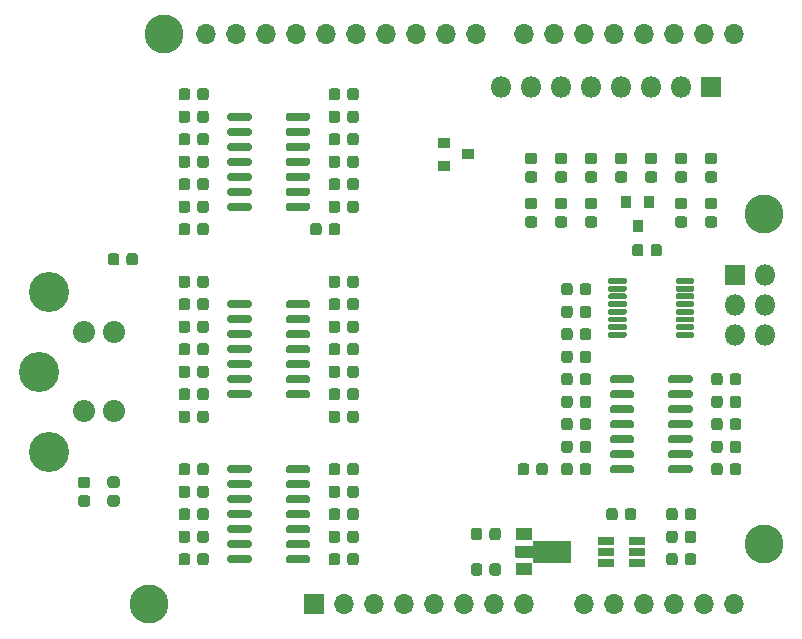
<source format=gbr>
%TF.GenerationSoftware,KiCad,Pcbnew,(5.1.6)-1*%
%TF.CreationDate,2020-08-31T12:11:16-04:00*%
%TF.ProjectId,FETtester,46455474-6573-4746-9572-2e6b69636164,rev?*%
%TF.SameCoordinates,Original*%
%TF.FileFunction,Soldermask,Top*%
%TF.FilePolarity,Negative*%
%FSLAX46Y46*%
G04 Gerber Fmt 4.6, Leading zero omitted, Abs format (unit mm)*
G04 Created by KiCad (PCBNEW (5.1.6)-1) date 2020-08-31 12:11:16*
%MOMM*%
%LPD*%
G01*
G04 APERTURE LIST*
%ADD10O,1.800000X1.800000*%
%ADD11R,1.800000X1.800000*%
%ADD12C,3.300000*%
%ADD13O,1.700000X1.700000*%
%ADD14R,1.700000X1.700000*%
%ADD15C,3.402000*%
%ADD16C,1.878000*%
%ADD17R,1.000000X0.900000*%
%ADD18R,0.900000X1.000000*%
%ADD19R,1.320000X0.750000*%
%ADD20R,1.400000X1.000000*%
%ADD21C,0.100000*%
G04 APERTURE END LIST*
D10*
%TO.C,J1*%
X158115000Y-80645000D03*
X160655000Y-80645000D03*
X163195000Y-80645000D03*
X165735000Y-80645000D03*
X168275000Y-80645000D03*
X170815000Y-80645000D03*
X173355000Y-80645000D03*
D11*
X175895000Y-80645000D03*
%TD*%
D12*
%TO.C,A1*%
X180340000Y-119380000D03*
X180340000Y-91440000D03*
X129540000Y-76200000D03*
X128270000Y-124460000D03*
D13*
X175260000Y-76200000D03*
X177800000Y-76200000D03*
X138180000Y-76200000D03*
X177800000Y-124460000D03*
X140720000Y-76200000D03*
X175260000Y-124460000D03*
X143260000Y-76200000D03*
X172720000Y-124460000D03*
X145800000Y-76200000D03*
X170180000Y-124460000D03*
X148340000Y-76200000D03*
X167640000Y-124460000D03*
X150880000Y-76200000D03*
X165100000Y-124460000D03*
X153420000Y-76200000D03*
X160020000Y-124460000D03*
X155960000Y-76200000D03*
X157480000Y-124460000D03*
X160020000Y-76200000D03*
X154940000Y-124460000D03*
X162560000Y-76200000D03*
X152400000Y-124460000D03*
X165100000Y-76200000D03*
X149860000Y-124460000D03*
X167640000Y-76200000D03*
X147320000Y-124460000D03*
X170180000Y-76200000D03*
X144780000Y-124460000D03*
X172720000Y-76200000D03*
D14*
X142240000Y-124460000D03*
D13*
X135640000Y-76200000D03*
X133100000Y-76200000D03*
%TD*%
%TO.C,R60*%
G36*
G01*
X176865000Y-105128750D02*
X176865000Y-105691250D01*
G75*
G02*
X176621250Y-105935000I-243750J0D01*
G01*
X176133750Y-105935000D01*
G75*
G02*
X175890000Y-105691250I0J243750D01*
G01*
X175890000Y-105128750D01*
G75*
G02*
X176133750Y-104885000I243750J0D01*
G01*
X176621250Y-104885000D01*
G75*
G02*
X176865000Y-105128750I0J-243750D01*
G01*
G37*
G36*
G01*
X178440000Y-105128750D02*
X178440000Y-105691250D01*
G75*
G02*
X178196250Y-105935000I-243750J0D01*
G01*
X177708750Y-105935000D01*
G75*
G02*
X177465000Y-105691250I0J243750D01*
G01*
X177465000Y-105128750D01*
G75*
G02*
X177708750Y-104885000I243750J0D01*
G01*
X178196250Y-104885000D01*
G75*
G02*
X178440000Y-105128750I0J-243750D01*
G01*
G37*
%TD*%
%TO.C,R59*%
G36*
G01*
X177465000Y-107596250D02*
X177465000Y-107033750D01*
G75*
G02*
X177708750Y-106790000I243750J0D01*
G01*
X178196250Y-106790000D01*
G75*
G02*
X178440000Y-107033750I0J-243750D01*
G01*
X178440000Y-107596250D01*
G75*
G02*
X178196250Y-107840000I-243750J0D01*
G01*
X177708750Y-107840000D01*
G75*
G02*
X177465000Y-107596250I0J243750D01*
G01*
G37*
G36*
G01*
X175890000Y-107596250D02*
X175890000Y-107033750D01*
G75*
G02*
X176133750Y-106790000I243750J0D01*
G01*
X176621250Y-106790000D01*
G75*
G02*
X176865000Y-107033750I0J-243750D01*
G01*
X176865000Y-107596250D01*
G75*
G02*
X176621250Y-107840000I-243750J0D01*
G01*
X176133750Y-107840000D01*
G75*
G02*
X175890000Y-107596250I0J243750D01*
G01*
G37*
%TD*%
%TO.C,R58*%
G36*
G01*
X125786000Y-94968750D02*
X125786000Y-95531250D01*
G75*
G02*
X125542250Y-95775000I-243750J0D01*
G01*
X125054750Y-95775000D01*
G75*
G02*
X124811000Y-95531250I0J243750D01*
G01*
X124811000Y-94968750D01*
G75*
G02*
X125054750Y-94725000I243750J0D01*
G01*
X125542250Y-94725000D01*
G75*
G02*
X125786000Y-94968750I0J-243750D01*
G01*
G37*
G36*
G01*
X127361000Y-94968750D02*
X127361000Y-95531250D01*
G75*
G02*
X127117250Y-95775000I-243750J0D01*
G01*
X126629750Y-95775000D01*
G75*
G02*
X126386000Y-95531250I0J243750D01*
G01*
X126386000Y-94968750D01*
G75*
G02*
X126629750Y-94725000I243750J0D01*
G01*
X127117250Y-94725000D01*
G75*
G02*
X127361000Y-94968750I0J-243750D01*
G01*
G37*
%TD*%
%TO.C,R57*%
G36*
G01*
X123090250Y-114635000D02*
X122527750Y-114635000D01*
G75*
G02*
X122284000Y-114391250I0J243750D01*
G01*
X122284000Y-113903750D01*
G75*
G02*
X122527750Y-113660000I243750J0D01*
G01*
X123090250Y-113660000D01*
G75*
G02*
X123334000Y-113903750I0J-243750D01*
G01*
X123334000Y-114391250D01*
G75*
G02*
X123090250Y-114635000I-243750J0D01*
G01*
G37*
G36*
G01*
X123090250Y-116210000D02*
X122527750Y-116210000D01*
G75*
G02*
X122284000Y-115966250I0J243750D01*
G01*
X122284000Y-115478750D01*
G75*
G02*
X122527750Y-115235000I243750J0D01*
G01*
X123090250Y-115235000D01*
G75*
G02*
X123334000Y-115478750I0J-243750D01*
G01*
X123334000Y-115966250D01*
G75*
G02*
X123090250Y-116210000I-243750J0D01*
G01*
G37*
%TD*%
%TO.C,R56*%
G36*
G01*
X125579250Y-114610000D02*
X125016750Y-114610000D01*
G75*
G02*
X124773000Y-114366250I0J243750D01*
G01*
X124773000Y-113878750D01*
G75*
G02*
X125016750Y-113635000I243750J0D01*
G01*
X125579250Y-113635000D01*
G75*
G02*
X125823000Y-113878750I0J-243750D01*
G01*
X125823000Y-114366250D01*
G75*
G02*
X125579250Y-114610000I-243750J0D01*
G01*
G37*
G36*
G01*
X125579250Y-116185000D02*
X125016750Y-116185000D01*
G75*
G02*
X124773000Y-115941250I0J243750D01*
G01*
X124773000Y-115453750D01*
G75*
G02*
X125016750Y-115210000I243750J0D01*
G01*
X125579250Y-115210000D01*
G75*
G02*
X125823000Y-115453750I0J-243750D01*
G01*
X125823000Y-115941250D01*
G75*
G02*
X125579250Y-116185000I-243750J0D01*
G01*
G37*
%TD*%
%TO.C,R55*%
G36*
G01*
X177465000Y-113311250D02*
X177465000Y-112748750D01*
G75*
G02*
X177708750Y-112505000I243750J0D01*
G01*
X178196250Y-112505000D01*
G75*
G02*
X178440000Y-112748750I0J-243750D01*
G01*
X178440000Y-113311250D01*
G75*
G02*
X178196250Y-113555000I-243750J0D01*
G01*
X177708750Y-113555000D01*
G75*
G02*
X177465000Y-113311250I0J243750D01*
G01*
G37*
G36*
G01*
X175890000Y-113311250D02*
X175890000Y-112748750D01*
G75*
G02*
X176133750Y-112505000I243750J0D01*
G01*
X176621250Y-112505000D01*
G75*
G02*
X176865000Y-112748750I0J-243750D01*
G01*
X176865000Y-113311250D01*
G75*
G02*
X176621250Y-113555000I-243750J0D01*
G01*
X176133750Y-113555000D01*
G75*
G02*
X175890000Y-113311250I0J243750D01*
G01*
G37*
%TD*%
%TO.C,R54*%
G36*
G01*
X177465000Y-111406250D02*
X177465000Y-110843750D01*
G75*
G02*
X177708750Y-110600000I243750J0D01*
G01*
X178196250Y-110600000D01*
G75*
G02*
X178440000Y-110843750I0J-243750D01*
G01*
X178440000Y-111406250D01*
G75*
G02*
X178196250Y-111650000I-243750J0D01*
G01*
X177708750Y-111650000D01*
G75*
G02*
X177465000Y-111406250I0J243750D01*
G01*
G37*
G36*
G01*
X175890000Y-111406250D02*
X175890000Y-110843750D01*
G75*
G02*
X176133750Y-110600000I243750J0D01*
G01*
X176621250Y-110600000D01*
G75*
G02*
X176865000Y-110843750I0J-243750D01*
G01*
X176865000Y-111406250D01*
G75*
G02*
X176621250Y-111650000I-243750J0D01*
G01*
X176133750Y-111650000D01*
G75*
G02*
X175890000Y-111406250I0J243750D01*
G01*
G37*
%TD*%
D15*
%TO.C,J3*%
X119811800Y-98018600D03*
D16*
X125298200Y-108127800D03*
X125298200Y-101422200D03*
X122809000Y-108127800D03*
X122809000Y-101422200D03*
D15*
X118999000Y-104775000D03*
X119811800Y-111531400D03*
%TD*%
%TO.C,R38*%
G36*
G01*
X131780000Y-114653750D02*
X131780000Y-115216250D01*
G75*
G02*
X131536250Y-115460000I-243750J0D01*
G01*
X131048750Y-115460000D01*
G75*
G02*
X130805000Y-115216250I0J243750D01*
G01*
X130805000Y-114653750D01*
G75*
G02*
X131048750Y-114410000I243750J0D01*
G01*
X131536250Y-114410000D01*
G75*
G02*
X131780000Y-114653750I0J-243750D01*
G01*
G37*
G36*
G01*
X133355000Y-114653750D02*
X133355000Y-115216250D01*
G75*
G02*
X133111250Y-115460000I-243750J0D01*
G01*
X132623750Y-115460000D01*
G75*
G02*
X132380000Y-115216250I0J243750D01*
G01*
X132380000Y-114653750D01*
G75*
G02*
X132623750Y-114410000I243750J0D01*
G01*
X133111250Y-114410000D01*
G75*
G02*
X133355000Y-114653750I0J-243750D01*
G01*
G37*
%TD*%
%TO.C,C6*%
G36*
G01*
X144480000Y-116558750D02*
X144480000Y-117121250D01*
G75*
G02*
X144236250Y-117365000I-243750J0D01*
G01*
X143748750Y-117365000D01*
G75*
G02*
X143505000Y-117121250I0J243750D01*
G01*
X143505000Y-116558750D01*
G75*
G02*
X143748750Y-116315000I243750J0D01*
G01*
X144236250Y-116315000D01*
G75*
G02*
X144480000Y-116558750I0J-243750D01*
G01*
G37*
G36*
G01*
X146055000Y-116558750D02*
X146055000Y-117121250D01*
G75*
G02*
X145811250Y-117365000I-243750J0D01*
G01*
X145323750Y-117365000D01*
G75*
G02*
X145080000Y-117121250I0J243750D01*
G01*
X145080000Y-116558750D01*
G75*
G02*
X145323750Y-116315000I243750J0D01*
G01*
X145811250Y-116315000D01*
G75*
G02*
X146055000Y-116558750I0J-243750D01*
G01*
G37*
%TD*%
D17*
%TO.C,Q2*%
X155305000Y-86360000D03*
X153305000Y-87310000D03*
X153305000Y-85410000D03*
%TD*%
%TO.C,C20*%
G36*
G01*
X157119000Y-118796250D02*
X157119000Y-118233750D01*
G75*
G02*
X157362750Y-117990000I243750J0D01*
G01*
X157850250Y-117990000D01*
G75*
G02*
X158094000Y-118233750I0J-243750D01*
G01*
X158094000Y-118796250D01*
G75*
G02*
X157850250Y-119040000I-243750J0D01*
G01*
X157362750Y-119040000D01*
G75*
G02*
X157119000Y-118796250I0J243750D01*
G01*
G37*
G36*
G01*
X155544000Y-118796250D02*
X155544000Y-118233750D01*
G75*
G02*
X155787750Y-117990000I243750J0D01*
G01*
X156275250Y-117990000D01*
G75*
G02*
X156519000Y-118233750I0J-243750D01*
G01*
X156519000Y-118796250D01*
G75*
G02*
X156275250Y-119040000I-243750J0D01*
G01*
X155787750Y-119040000D01*
G75*
G02*
X155544000Y-118796250I0J243750D01*
G01*
G37*
%TD*%
%TO.C,C19*%
G36*
G01*
X156519000Y-121233750D02*
X156519000Y-121796250D01*
G75*
G02*
X156275250Y-122040000I-243750J0D01*
G01*
X155787750Y-122040000D01*
G75*
G02*
X155544000Y-121796250I0J243750D01*
G01*
X155544000Y-121233750D01*
G75*
G02*
X155787750Y-120990000I243750J0D01*
G01*
X156275250Y-120990000D01*
G75*
G02*
X156519000Y-121233750I0J-243750D01*
G01*
G37*
G36*
G01*
X158094000Y-121233750D02*
X158094000Y-121796250D01*
G75*
G02*
X157850250Y-122040000I-243750J0D01*
G01*
X157362750Y-122040000D01*
G75*
G02*
X157119000Y-121796250I0J243750D01*
G01*
X157119000Y-121233750D01*
G75*
G02*
X157362750Y-120990000I243750J0D01*
G01*
X157850250Y-120990000D01*
G75*
G02*
X158094000Y-121233750I0J-243750D01*
G01*
G37*
%TD*%
%TO.C,C16*%
G36*
G01*
X173655000Y-117121250D02*
X173655000Y-116558750D01*
G75*
G02*
X173898750Y-116315000I243750J0D01*
G01*
X174386250Y-116315000D01*
G75*
G02*
X174630000Y-116558750I0J-243750D01*
G01*
X174630000Y-117121250D01*
G75*
G02*
X174386250Y-117365000I-243750J0D01*
G01*
X173898750Y-117365000D01*
G75*
G02*
X173655000Y-117121250I0J243750D01*
G01*
G37*
G36*
G01*
X172080000Y-117121250D02*
X172080000Y-116558750D01*
G75*
G02*
X172323750Y-116315000I243750J0D01*
G01*
X172811250Y-116315000D01*
G75*
G02*
X173055000Y-116558750I0J-243750D01*
G01*
X173055000Y-117121250D01*
G75*
G02*
X172811250Y-117365000I-243750J0D01*
G01*
X172323750Y-117365000D01*
G75*
G02*
X172080000Y-117121250I0J243750D01*
G01*
G37*
%TD*%
%TO.C,C11*%
G36*
G01*
X173655000Y-119026250D02*
X173655000Y-118463750D01*
G75*
G02*
X173898750Y-118220000I243750J0D01*
G01*
X174386250Y-118220000D01*
G75*
G02*
X174630000Y-118463750I0J-243750D01*
G01*
X174630000Y-119026250D01*
G75*
G02*
X174386250Y-119270000I-243750J0D01*
G01*
X173898750Y-119270000D01*
G75*
G02*
X173655000Y-119026250I0J243750D01*
G01*
G37*
G36*
G01*
X172080000Y-119026250D02*
X172080000Y-118463750D01*
G75*
G02*
X172323750Y-118220000I243750J0D01*
G01*
X172811250Y-118220000D01*
G75*
G02*
X173055000Y-118463750I0J-243750D01*
G01*
X173055000Y-119026250D01*
G75*
G02*
X172811250Y-119270000I-243750J0D01*
G01*
X172323750Y-119270000D01*
G75*
G02*
X172080000Y-119026250I0J243750D01*
G01*
G37*
%TD*%
%TO.C,C10*%
G36*
G01*
X176865000Y-108938750D02*
X176865000Y-109501250D01*
G75*
G02*
X176621250Y-109745000I-243750J0D01*
G01*
X176133750Y-109745000D01*
G75*
G02*
X175890000Y-109501250I0J243750D01*
G01*
X175890000Y-108938750D01*
G75*
G02*
X176133750Y-108695000I243750J0D01*
G01*
X176621250Y-108695000D01*
G75*
G02*
X176865000Y-108938750I0J-243750D01*
G01*
G37*
G36*
G01*
X178440000Y-108938750D02*
X178440000Y-109501250D01*
G75*
G02*
X178196250Y-109745000I-243750J0D01*
G01*
X177708750Y-109745000D01*
G75*
G02*
X177465000Y-109501250I0J243750D01*
G01*
X177465000Y-108938750D01*
G75*
G02*
X177708750Y-108695000I243750J0D01*
G01*
X178196250Y-108695000D01*
G75*
G02*
X178440000Y-108938750I0J-243750D01*
G01*
G37*
%TD*%
D10*
%TO.C,J2*%
X180480000Y-101650000D03*
X177940000Y-101650000D03*
X180480000Y-99110000D03*
X177940000Y-99110000D03*
X180480000Y-96570000D03*
D11*
X177940000Y-96570000D03*
%TD*%
%TO.C,U3*%
G36*
G01*
X139880000Y-113205000D02*
X139880000Y-112855000D01*
G75*
G02*
X140055000Y-112680000I175000J0D01*
G01*
X141755000Y-112680000D01*
G75*
G02*
X141930000Y-112855000I0J-175000D01*
G01*
X141930000Y-113205000D01*
G75*
G02*
X141755000Y-113380000I-175000J0D01*
G01*
X140055000Y-113380000D01*
G75*
G02*
X139880000Y-113205000I0J175000D01*
G01*
G37*
G36*
G01*
X139880000Y-114475000D02*
X139880000Y-114125000D01*
G75*
G02*
X140055000Y-113950000I175000J0D01*
G01*
X141755000Y-113950000D01*
G75*
G02*
X141930000Y-114125000I0J-175000D01*
G01*
X141930000Y-114475000D01*
G75*
G02*
X141755000Y-114650000I-175000J0D01*
G01*
X140055000Y-114650000D01*
G75*
G02*
X139880000Y-114475000I0J175000D01*
G01*
G37*
G36*
G01*
X139880000Y-115745000D02*
X139880000Y-115395000D01*
G75*
G02*
X140055000Y-115220000I175000J0D01*
G01*
X141755000Y-115220000D01*
G75*
G02*
X141930000Y-115395000I0J-175000D01*
G01*
X141930000Y-115745000D01*
G75*
G02*
X141755000Y-115920000I-175000J0D01*
G01*
X140055000Y-115920000D01*
G75*
G02*
X139880000Y-115745000I0J175000D01*
G01*
G37*
G36*
G01*
X139880000Y-117015000D02*
X139880000Y-116665000D01*
G75*
G02*
X140055000Y-116490000I175000J0D01*
G01*
X141755000Y-116490000D01*
G75*
G02*
X141930000Y-116665000I0J-175000D01*
G01*
X141930000Y-117015000D01*
G75*
G02*
X141755000Y-117190000I-175000J0D01*
G01*
X140055000Y-117190000D01*
G75*
G02*
X139880000Y-117015000I0J175000D01*
G01*
G37*
G36*
G01*
X139880000Y-118285000D02*
X139880000Y-117935000D01*
G75*
G02*
X140055000Y-117760000I175000J0D01*
G01*
X141755000Y-117760000D01*
G75*
G02*
X141930000Y-117935000I0J-175000D01*
G01*
X141930000Y-118285000D01*
G75*
G02*
X141755000Y-118460000I-175000J0D01*
G01*
X140055000Y-118460000D01*
G75*
G02*
X139880000Y-118285000I0J175000D01*
G01*
G37*
G36*
G01*
X139880000Y-119555000D02*
X139880000Y-119205000D01*
G75*
G02*
X140055000Y-119030000I175000J0D01*
G01*
X141755000Y-119030000D01*
G75*
G02*
X141930000Y-119205000I0J-175000D01*
G01*
X141930000Y-119555000D01*
G75*
G02*
X141755000Y-119730000I-175000J0D01*
G01*
X140055000Y-119730000D01*
G75*
G02*
X139880000Y-119555000I0J175000D01*
G01*
G37*
G36*
G01*
X139880000Y-120825000D02*
X139880000Y-120475000D01*
G75*
G02*
X140055000Y-120300000I175000J0D01*
G01*
X141755000Y-120300000D01*
G75*
G02*
X141930000Y-120475000I0J-175000D01*
G01*
X141930000Y-120825000D01*
G75*
G02*
X141755000Y-121000000I-175000J0D01*
G01*
X140055000Y-121000000D01*
G75*
G02*
X139880000Y-120825000I0J175000D01*
G01*
G37*
G36*
G01*
X134930000Y-120825000D02*
X134930000Y-120475000D01*
G75*
G02*
X135105000Y-120300000I175000J0D01*
G01*
X136805000Y-120300000D01*
G75*
G02*
X136980000Y-120475000I0J-175000D01*
G01*
X136980000Y-120825000D01*
G75*
G02*
X136805000Y-121000000I-175000J0D01*
G01*
X135105000Y-121000000D01*
G75*
G02*
X134930000Y-120825000I0J175000D01*
G01*
G37*
G36*
G01*
X134930000Y-119555000D02*
X134930000Y-119205000D01*
G75*
G02*
X135105000Y-119030000I175000J0D01*
G01*
X136805000Y-119030000D01*
G75*
G02*
X136980000Y-119205000I0J-175000D01*
G01*
X136980000Y-119555000D01*
G75*
G02*
X136805000Y-119730000I-175000J0D01*
G01*
X135105000Y-119730000D01*
G75*
G02*
X134930000Y-119555000I0J175000D01*
G01*
G37*
G36*
G01*
X134930000Y-118285000D02*
X134930000Y-117935000D01*
G75*
G02*
X135105000Y-117760000I175000J0D01*
G01*
X136805000Y-117760000D01*
G75*
G02*
X136980000Y-117935000I0J-175000D01*
G01*
X136980000Y-118285000D01*
G75*
G02*
X136805000Y-118460000I-175000J0D01*
G01*
X135105000Y-118460000D01*
G75*
G02*
X134930000Y-118285000I0J175000D01*
G01*
G37*
G36*
G01*
X134930000Y-117015000D02*
X134930000Y-116665000D01*
G75*
G02*
X135105000Y-116490000I175000J0D01*
G01*
X136805000Y-116490000D01*
G75*
G02*
X136980000Y-116665000I0J-175000D01*
G01*
X136980000Y-117015000D01*
G75*
G02*
X136805000Y-117190000I-175000J0D01*
G01*
X135105000Y-117190000D01*
G75*
G02*
X134930000Y-117015000I0J175000D01*
G01*
G37*
G36*
G01*
X134930000Y-115745000D02*
X134930000Y-115395000D01*
G75*
G02*
X135105000Y-115220000I175000J0D01*
G01*
X136805000Y-115220000D01*
G75*
G02*
X136980000Y-115395000I0J-175000D01*
G01*
X136980000Y-115745000D01*
G75*
G02*
X136805000Y-115920000I-175000J0D01*
G01*
X135105000Y-115920000D01*
G75*
G02*
X134930000Y-115745000I0J175000D01*
G01*
G37*
G36*
G01*
X134930000Y-114475000D02*
X134930000Y-114125000D01*
G75*
G02*
X135105000Y-113950000I175000J0D01*
G01*
X136805000Y-113950000D01*
G75*
G02*
X136980000Y-114125000I0J-175000D01*
G01*
X136980000Y-114475000D01*
G75*
G02*
X136805000Y-114650000I-175000J0D01*
G01*
X135105000Y-114650000D01*
G75*
G02*
X134930000Y-114475000I0J175000D01*
G01*
G37*
G36*
G01*
X134930000Y-113205000D02*
X134930000Y-112855000D01*
G75*
G02*
X135105000Y-112680000I175000J0D01*
G01*
X136805000Y-112680000D01*
G75*
G02*
X136980000Y-112855000I0J-175000D01*
G01*
X136980000Y-113205000D01*
G75*
G02*
X136805000Y-113380000I-175000J0D01*
G01*
X135105000Y-113380000D01*
G75*
G02*
X134930000Y-113205000I0J175000D01*
G01*
G37*
%TD*%
%TO.C,U2*%
G36*
G01*
X139880000Y-99235000D02*
X139880000Y-98885000D01*
G75*
G02*
X140055000Y-98710000I175000J0D01*
G01*
X141755000Y-98710000D01*
G75*
G02*
X141930000Y-98885000I0J-175000D01*
G01*
X141930000Y-99235000D01*
G75*
G02*
X141755000Y-99410000I-175000J0D01*
G01*
X140055000Y-99410000D01*
G75*
G02*
X139880000Y-99235000I0J175000D01*
G01*
G37*
G36*
G01*
X139880000Y-100505000D02*
X139880000Y-100155000D01*
G75*
G02*
X140055000Y-99980000I175000J0D01*
G01*
X141755000Y-99980000D01*
G75*
G02*
X141930000Y-100155000I0J-175000D01*
G01*
X141930000Y-100505000D01*
G75*
G02*
X141755000Y-100680000I-175000J0D01*
G01*
X140055000Y-100680000D01*
G75*
G02*
X139880000Y-100505000I0J175000D01*
G01*
G37*
G36*
G01*
X139880000Y-101775000D02*
X139880000Y-101425000D01*
G75*
G02*
X140055000Y-101250000I175000J0D01*
G01*
X141755000Y-101250000D01*
G75*
G02*
X141930000Y-101425000I0J-175000D01*
G01*
X141930000Y-101775000D01*
G75*
G02*
X141755000Y-101950000I-175000J0D01*
G01*
X140055000Y-101950000D01*
G75*
G02*
X139880000Y-101775000I0J175000D01*
G01*
G37*
G36*
G01*
X139880000Y-103045000D02*
X139880000Y-102695000D01*
G75*
G02*
X140055000Y-102520000I175000J0D01*
G01*
X141755000Y-102520000D01*
G75*
G02*
X141930000Y-102695000I0J-175000D01*
G01*
X141930000Y-103045000D01*
G75*
G02*
X141755000Y-103220000I-175000J0D01*
G01*
X140055000Y-103220000D01*
G75*
G02*
X139880000Y-103045000I0J175000D01*
G01*
G37*
G36*
G01*
X139880000Y-104315000D02*
X139880000Y-103965000D01*
G75*
G02*
X140055000Y-103790000I175000J0D01*
G01*
X141755000Y-103790000D01*
G75*
G02*
X141930000Y-103965000I0J-175000D01*
G01*
X141930000Y-104315000D01*
G75*
G02*
X141755000Y-104490000I-175000J0D01*
G01*
X140055000Y-104490000D01*
G75*
G02*
X139880000Y-104315000I0J175000D01*
G01*
G37*
G36*
G01*
X139880000Y-105585000D02*
X139880000Y-105235000D01*
G75*
G02*
X140055000Y-105060000I175000J0D01*
G01*
X141755000Y-105060000D01*
G75*
G02*
X141930000Y-105235000I0J-175000D01*
G01*
X141930000Y-105585000D01*
G75*
G02*
X141755000Y-105760000I-175000J0D01*
G01*
X140055000Y-105760000D01*
G75*
G02*
X139880000Y-105585000I0J175000D01*
G01*
G37*
G36*
G01*
X139880000Y-106855000D02*
X139880000Y-106505000D01*
G75*
G02*
X140055000Y-106330000I175000J0D01*
G01*
X141755000Y-106330000D01*
G75*
G02*
X141930000Y-106505000I0J-175000D01*
G01*
X141930000Y-106855000D01*
G75*
G02*
X141755000Y-107030000I-175000J0D01*
G01*
X140055000Y-107030000D01*
G75*
G02*
X139880000Y-106855000I0J175000D01*
G01*
G37*
G36*
G01*
X134930000Y-106855000D02*
X134930000Y-106505000D01*
G75*
G02*
X135105000Y-106330000I175000J0D01*
G01*
X136805000Y-106330000D01*
G75*
G02*
X136980000Y-106505000I0J-175000D01*
G01*
X136980000Y-106855000D01*
G75*
G02*
X136805000Y-107030000I-175000J0D01*
G01*
X135105000Y-107030000D01*
G75*
G02*
X134930000Y-106855000I0J175000D01*
G01*
G37*
G36*
G01*
X134930000Y-105585000D02*
X134930000Y-105235000D01*
G75*
G02*
X135105000Y-105060000I175000J0D01*
G01*
X136805000Y-105060000D01*
G75*
G02*
X136980000Y-105235000I0J-175000D01*
G01*
X136980000Y-105585000D01*
G75*
G02*
X136805000Y-105760000I-175000J0D01*
G01*
X135105000Y-105760000D01*
G75*
G02*
X134930000Y-105585000I0J175000D01*
G01*
G37*
G36*
G01*
X134930000Y-104315000D02*
X134930000Y-103965000D01*
G75*
G02*
X135105000Y-103790000I175000J0D01*
G01*
X136805000Y-103790000D01*
G75*
G02*
X136980000Y-103965000I0J-175000D01*
G01*
X136980000Y-104315000D01*
G75*
G02*
X136805000Y-104490000I-175000J0D01*
G01*
X135105000Y-104490000D01*
G75*
G02*
X134930000Y-104315000I0J175000D01*
G01*
G37*
G36*
G01*
X134930000Y-103045000D02*
X134930000Y-102695000D01*
G75*
G02*
X135105000Y-102520000I175000J0D01*
G01*
X136805000Y-102520000D01*
G75*
G02*
X136980000Y-102695000I0J-175000D01*
G01*
X136980000Y-103045000D01*
G75*
G02*
X136805000Y-103220000I-175000J0D01*
G01*
X135105000Y-103220000D01*
G75*
G02*
X134930000Y-103045000I0J175000D01*
G01*
G37*
G36*
G01*
X134930000Y-101775000D02*
X134930000Y-101425000D01*
G75*
G02*
X135105000Y-101250000I175000J0D01*
G01*
X136805000Y-101250000D01*
G75*
G02*
X136980000Y-101425000I0J-175000D01*
G01*
X136980000Y-101775000D01*
G75*
G02*
X136805000Y-101950000I-175000J0D01*
G01*
X135105000Y-101950000D01*
G75*
G02*
X134930000Y-101775000I0J175000D01*
G01*
G37*
G36*
G01*
X134930000Y-100505000D02*
X134930000Y-100155000D01*
G75*
G02*
X135105000Y-99980000I175000J0D01*
G01*
X136805000Y-99980000D01*
G75*
G02*
X136980000Y-100155000I0J-175000D01*
G01*
X136980000Y-100505000D01*
G75*
G02*
X136805000Y-100680000I-175000J0D01*
G01*
X135105000Y-100680000D01*
G75*
G02*
X134930000Y-100505000I0J175000D01*
G01*
G37*
G36*
G01*
X134930000Y-99235000D02*
X134930000Y-98885000D01*
G75*
G02*
X135105000Y-98710000I175000J0D01*
G01*
X136805000Y-98710000D01*
G75*
G02*
X136980000Y-98885000I0J-175000D01*
G01*
X136980000Y-99235000D01*
G75*
G02*
X136805000Y-99410000I-175000J0D01*
G01*
X135105000Y-99410000D01*
G75*
G02*
X134930000Y-99235000I0J175000D01*
G01*
G37*
%TD*%
%TO.C,U1*%
G36*
G01*
X139880000Y-83360000D02*
X139880000Y-83010000D01*
G75*
G02*
X140055000Y-82835000I175000J0D01*
G01*
X141755000Y-82835000D01*
G75*
G02*
X141930000Y-83010000I0J-175000D01*
G01*
X141930000Y-83360000D01*
G75*
G02*
X141755000Y-83535000I-175000J0D01*
G01*
X140055000Y-83535000D01*
G75*
G02*
X139880000Y-83360000I0J175000D01*
G01*
G37*
G36*
G01*
X139880000Y-84630000D02*
X139880000Y-84280000D01*
G75*
G02*
X140055000Y-84105000I175000J0D01*
G01*
X141755000Y-84105000D01*
G75*
G02*
X141930000Y-84280000I0J-175000D01*
G01*
X141930000Y-84630000D01*
G75*
G02*
X141755000Y-84805000I-175000J0D01*
G01*
X140055000Y-84805000D01*
G75*
G02*
X139880000Y-84630000I0J175000D01*
G01*
G37*
G36*
G01*
X139880000Y-85900000D02*
X139880000Y-85550000D01*
G75*
G02*
X140055000Y-85375000I175000J0D01*
G01*
X141755000Y-85375000D01*
G75*
G02*
X141930000Y-85550000I0J-175000D01*
G01*
X141930000Y-85900000D01*
G75*
G02*
X141755000Y-86075000I-175000J0D01*
G01*
X140055000Y-86075000D01*
G75*
G02*
X139880000Y-85900000I0J175000D01*
G01*
G37*
G36*
G01*
X139880000Y-87170000D02*
X139880000Y-86820000D01*
G75*
G02*
X140055000Y-86645000I175000J0D01*
G01*
X141755000Y-86645000D01*
G75*
G02*
X141930000Y-86820000I0J-175000D01*
G01*
X141930000Y-87170000D01*
G75*
G02*
X141755000Y-87345000I-175000J0D01*
G01*
X140055000Y-87345000D01*
G75*
G02*
X139880000Y-87170000I0J175000D01*
G01*
G37*
G36*
G01*
X139880000Y-88440000D02*
X139880000Y-88090000D01*
G75*
G02*
X140055000Y-87915000I175000J0D01*
G01*
X141755000Y-87915000D01*
G75*
G02*
X141930000Y-88090000I0J-175000D01*
G01*
X141930000Y-88440000D01*
G75*
G02*
X141755000Y-88615000I-175000J0D01*
G01*
X140055000Y-88615000D01*
G75*
G02*
X139880000Y-88440000I0J175000D01*
G01*
G37*
G36*
G01*
X139880000Y-89710000D02*
X139880000Y-89360000D01*
G75*
G02*
X140055000Y-89185000I175000J0D01*
G01*
X141755000Y-89185000D01*
G75*
G02*
X141930000Y-89360000I0J-175000D01*
G01*
X141930000Y-89710000D01*
G75*
G02*
X141755000Y-89885000I-175000J0D01*
G01*
X140055000Y-89885000D01*
G75*
G02*
X139880000Y-89710000I0J175000D01*
G01*
G37*
G36*
G01*
X139880000Y-90980000D02*
X139880000Y-90630000D01*
G75*
G02*
X140055000Y-90455000I175000J0D01*
G01*
X141755000Y-90455000D01*
G75*
G02*
X141930000Y-90630000I0J-175000D01*
G01*
X141930000Y-90980000D01*
G75*
G02*
X141755000Y-91155000I-175000J0D01*
G01*
X140055000Y-91155000D01*
G75*
G02*
X139880000Y-90980000I0J175000D01*
G01*
G37*
G36*
G01*
X134930000Y-90980000D02*
X134930000Y-90630000D01*
G75*
G02*
X135105000Y-90455000I175000J0D01*
G01*
X136805000Y-90455000D01*
G75*
G02*
X136980000Y-90630000I0J-175000D01*
G01*
X136980000Y-90980000D01*
G75*
G02*
X136805000Y-91155000I-175000J0D01*
G01*
X135105000Y-91155000D01*
G75*
G02*
X134930000Y-90980000I0J175000D01*
G01*
G37*
G36*
G01*
X134930000Y-89710000D02*
X134930000Y-89360000D01*
G75*
G02*
X135105000Y-89185000I175000J0D01*
G01*
X136805000Y-89185000D01*
G75*
G02*
X136980000Y-89360000I0J-175000D01*
G01*
X136980000Y-89710000D01*
G75*
G02*
X136805000Y-89885000I-175000J0D01*
G01*
X135105000Y-89885000D01*
G75*
G02*
X134930000Y-89710000I0J175000D01*
G01*
G37*
G36*
G01*
X134930000Y-88440000D02*
X134930000Y-88090000D01*
G75*
G02*
X135105000Y-87915000I175000J0D01*
G01*
X136805000Y-87915000D01*
G75*
G02*
X136980000Y-88090000I0J-175000D01*
G01*
X136980000Y-88440000D01*
G75*
G02*
X136805000Y-88615000I-175000J0D01*
G01*
X135105000Y-88615000D01*
G75*
G02*
X134930000Y-88440000I0J175000D01*
G01*
G37*
G36*
G01*
X134930000Y-87170000D02*
X134930000Y-86820000D01*
G75*
G02*
X135105000Y-86645000I175000J0D01*
G01*
X136805000Y-86645000D01*
G75*
G02*
X136980000Y-86820000I0J-175000D01*
G01*
X136980000Y-87170000D01*
G75*
G02*
X136805000Y-87345000I-175000J0D01*
G01*
X135105000Y-87345000D01*
G75*
G02*
X134930000Y-87170000I0J175000D01*
G01*
G37*
G36*
G01*
X134930000Y-85900000D02*
X134930000Y-85550000D01*
G75*
G02*
X135105000Y-85375000I175000J0D01*
G01*
X136805000Y-85375000D01*
G75*
G02*
X136980000Y-85550000I0J-175000D01*
G01*
X136980000Y-85900000D01*
G75*
G02*
X136805000Y-86075000I-175000J0D01*
G01*
X135105000Y-86075000D01*
G75*
G02*
X134930000Y-85900000I0J175000D01*
G01*
G37*
G36*
G01*
X134930000Y-84630000D02*
X134930000Y-84280000D01*
G75*
G02*
X135105000Y-84105000I175000J0D01*
G01*
X136805000Y-84105000D01*
G75*
G02*
X136980000Y-84280000I0J-175000D01*
G01*
X136980000Y-84630000D01*
G75*
G02*
X136805000Y-84805000I-175000J0D01*
G01*
X135105000Y-84805000D01*
G75*
G02*
X134930000Y-84630000I0J175000D01*
G01*
G37*
G36*
G01*
X134930000Y-83360000D02*
X134930000Y-83010000D01*
G75*
G02*
X135105000Y-82835000I175000J0D01*
G01*
X136805000Y-82835000D01*
G75*
G02*
X136980000Y-83010000I0J-175000D01*
G01*
X136980000Y-83360000D01*
G75*
G02*
X136805000Y-83535000I-175000J0D01*
G01*
X135105000Y-83535000D01*
G75*
G02*
X134930000Y-83360000I0J175000D01*
G01*
G37*
%TD*%
%TO.C,R49*%
G36*
G01*
X145080000Y-120931250D02*
X145080000Y-120368750D01*
G75*
G02*
X145323750Y-120125000I243750J0D01*
G01*
X145811250Y-120125000D01*
G75*
G02*
X146055000Y-120368750I0J-243750D01*
G01*
X146055000Y-120931250D01*
G75*
G02*
X145811250Y-121175000I-243750J0D01*
G01*
X145323750Y-121175000D01*
G75*
G02*
X145080000Y-120931250I0J243750D01*
G01*
G37*
G36*
G01*
X143505000Y-120931250D02*
X143505000Y-120368750D01*
G75*
G02*
X143748750Y-120125000I243750J0D01*
G01*
X144236250Y-120125000D01*
G75*
G02*
X144480000Y-120368750I0J-243750D01*
G01*
X144480000Y-120931250D01*
G75*
G02*
X144236250Y-121175000I-243750J0D01*
G01*
X143748750Y-121175000D01*
G75*
G02*
X143505000Y-120931250I0J243750D01*
G01*
G37*
%TD*%
%TO.C,R48*%
G36*
G01*
X145080000Y-119026250D02*
X145080000Y-118463750D01*
G75*
G02*
X145323750Y-118220000I243750J0D01*
G01*
X145811250Y-118220000D01*
G75*
G02*
X146055000Y-118463750I0J-243750D01*
G01*
X146055000Y-119026250D01*
G75*
G02*
X145811250Y-119270000I-243750J0D01*
G01*
X145323750Y-119270000D01*
G75*
G02*
X145080000Y-119026250I0J243750D01*
G01*
G37*
G36*
G01*
X143505000Y-119026250D02*
X143505000Y-118463750D01*
G75*
G02*
X143748750Y-118220000I243750J0D01*
G01*
X144236250Y-118220000D01*
G75*
G02*
X144480000Y-118463750I0J-243750D01*
G01*
X144480000Y-119026250D01*
G75*
G02*
X144236250Y-119270000I-243750J0D01*
G01*
X143748750Y-119270000D01*
G75*
G02*
X143505000Y-119026250I0J243750D01*
G01*
G37*
%TD*%
%TO.C,R47*%
G36*
G01*
X144480000Y-108303750D02*
X144480000Y-108866250D01*
G75*
G02*
X144236250Y-109110000I-243750J0D01*
G01*
X143748750Y-109110000D01*
G75*
G02*
X143505000Y-108866250I0J243750D01*
G01*
X143505000Y-108303750D01*
G75*
G02*
X143748750Y-108060000I243750J0D01*
G01*
X144236250Y-108060000D01*
G75*
G02*
X144480000Y-108303750I0J-243750D01*
G01*
G37*
G36*
G01*
X146055000Y-108303750D02*
X146055000Y-108866250D01*
G75*
G02*
X145811250Y-109110000I-243750J0D01*
G01*
X145323750Y-109110000D01*
G75*
G02*
X145080000Y-108866250I0J243750D01*
G01*
X145080000Y-108303750D01*
G75*
G02*
X145323750Y-108060000I243750J0D01*
G01*
X145811250Y-108060000D01*
G75*
G02*
X146055000Y-108303750I0J-243750D01*
G01*
G37*
%TD*%
%TO.C,R46*%
G36*
G01*
X142905000Y-92428750D02*
X142905000Y-92991250D01*
G75*
G02*
X142661250Y-93235000I-243750J0D01*
G01*
X142173750Y-93235000D01*
G75*
G02*
X141930000Y-92991250I0J243750D01*
G01*
X141930000Y-92428750D01*
G75*
G02*
X142173750Y-92185000I243750J0D01*
G01*
X142661250Y-92185000D01*
G75*
G02*
X142905000Y-92428750I0J-243750D01*
G01*
G37*
G36*
G01*
X144480000Y-92428750D02*
X144480000Y-92991250D01*
G75*
G02*
X144236250Y-93235000I-243750J0D01*
G01*
X143748750Y-93235000D01*
G75*
G02*
X143505000Y-92991250I0J243750D01*
G01*
X143505000Y-92428750D01*
G75*
G02*
X143748750Y-92185000I243750J0D01*
G01*
X144236250Y-92185000D01*
G75*
G02*
X144480000Y-92428750I0J-243750D01*
G01*
G37*
%TD*%
%TO.C,R45*%
G36*
G01*
X145080000Y-106961250D02*
X145080000Y-106398750D01*
G75*
G02*
X145323750Y-106155000I243750J0D01*
G01*
X145811250Y-106155000D01*
G75*
G02*
X146055000Y-106398750I0J-243750D01*
G01*
X146055000Y-106961250D01*
G75*
G02*
X145811250Y-107205000I-243750J0D01*
G01*
X145323750Y-107205000D01*
G75*
G02*
X145080000Y-106961250I0J243750D01*
G01*
G37*
G36*
G01*
X143505000Y-106961250D02*
X143505000Y-106398750D01*
G75*
G02*
X143748750Y-106155000I243750J0D01*
G01*
X144236250Y-106155000D01*
G75*
G02*
X144480000Y-106398750I0J-243750D01*
G01*
X144480000Y-106961250D01*
G75*
G02*
X144236250Y-107205000I-243750J0D01*
G01*
X143748750Y-107205000D01*
G75*
G02*
X143505000Y-106961250I0J243750D01*
G01*
G37*
%TD*%
%TO.C,R44*%
G36*
G01*
X144480000Y-90523750D02*
X144480000Y-91086250D01*
G75*
G02*
X144236250Y-91330000I-243750J0D01*
G01*
X143748750Y-91330000D01*
G75*
G02*
X143505000Y-91086250I0J243750D01*
G01*
X143505000Y-90523750D01*
G75*
G02*
X143748750Y-90280000I243750J0D01*
G01*
X144236250Y-90280000D01*
G75*
G02*
X144480000Y-90523750I0J-243750D01*
G01*
G37*
G36*
G01*
X146055000Y-90523750D02*
X146055000Y-91086250D01*
G75*
G02*
X145811250Y-91330000I-243750J0D01*
G01*
X145323750Y-91330000D01*
G75*
G02*
X145080000Y-91086250I0J243750D01*
G01*
X145080000Y-90523750D01*
G75*
G02*
X145323750Y-90280000I243750J0D01*
G01*
X145811250Y-90280000D01*
G75*
G02*
X146055000Y-90523750I0J-243750D01*
G01*
G37*
%TD*%
%TO.C,R43*%
G36*
G01*
X144480000Y-104493750D02*
X144480000Y-105056250D01*
G75*
G02*
X144236250Y-105300000I-243750J0D01*
G01*
X143748750Y-105300000D01*
G75*
G02*
X143505000Y-105056250I0J243750D01*
G01*
X143505000Y-104493750D01*
G75*
G02*
X143748750Y-104250000I243750J0D01*
G01*
X144236250Y-104250000D01*
G75*
G02*
X144480000Y-104493750I0J-243750D01*
G01*
G37*
G36*
G01*
X146055000Y-104493750D02*
X146055000Y-105056250D01*
G75*
G02*
X145811250Y-105300000I-243750J0D01*
G01*
X145323750Y-105300000D01*
G75*
G02*
X145080000Y-105056250I0J243750D01*
G01*
X145080000Y-104493750D01*
G75*
G02*
X145323750Y-104250000I243750J0D01*
G01*
X145811250Y-104250000D01*
G75*
G02*
X146055000Y-104493750I0J-243750D01*
G01*
G37*
%TD*%
%TO.C,R42*%
G36*
G01*
X160936250Y-91013000D02*
X160373750Y-91013000D01*
G75*
G02*
X160130000Y-90769250I0J243750D01*
G01*
X160130000Y-90281750D01*
G75*
G02*
X160373750Y-90038000I243750J0D01*
G01*
X160936250Y-90038000D01*
G75*
G02*
X161180000Y-90281750I0J-243750D01*
G01*
X161180000Y-90769250D01*
G75*
G02*
X160936250Y-91013000I-243750J0D01*
G01*
G37*
G36*
G01*
X160936250Y-92588000D02*
X160373750Y-92588000D01*
G75*
G02*
X160130000Y-92344250I0J243750D01*
G01*
X160130000Y-91856750D01*
G75*
G02*
X160373750Y-91613000I243750J0D01*
G01*
X160936250Y-91613000D01*
G75*
G02*
X161180000Y-91856750I0J-243750D01*
G01*
X161180000Y-92344250D01*
G75*
G02*
X160936250Y-92588000I-243750J0D01*
G01*
G37*
%TD*%
%TO.C,R41*%
G36*
G01*
X144480000Y-88618750D02*
X144480000Y-89181250D01*
G75*
G02*
X144236250Y-89425000I-243750J0D01*
G01*
X143748750Y-89425000D01*
G75*
G02*
X143505000Y-89181250I0J243750D01*
G01*
X143505000Y-88618750D01*
G75*
G02*
X143748750Y-88375000I243750J0D01*
G01*
X144236250Y-88375000D01*
G75*
G02*
X144480000Y-88618750I0J-243750D01*
G01*
G37*
G36*
G01*
X146055000Y-88618750D02*
X146055000Y-89181250D01*
G75*
G02*
X145811250Y-89425000I-243750J0D01*
G01*
X145323750Y-89425000D01*
G75*
G02*
X145080000Y-89181250I0J243750D01*
G01*
X145080000Y-88618750D01*
G75*
G02*
X145323750Y-88375000I243750J0D01*
G01*
X145811250Y-88375000D01*
G75*
G02*
X146055000Y-88618750I0J-243750D01*
G01*
G37*
%TD*%
%TO.C,R40*%
G36*
G01*
X163476250Y-91013000D02*
X162913750Y-91013000D01*
G75*
G02*
X162670000Y-90769250I0J243750D01*
G01*
X162670000Y-90281750D01*
G75*
G02*
X162913750Y-90038000I243750J0D01*
G01*
X163476250Y-90038000D01*
G75*
G02*
X163720000Y-90281750I0J-243750D01*
G01*
X163720000Y-90769250D01*
G75*
G02*
X163476250Y-91013000I-243750J0D01*
G01*
G37*
G36*
G01*
X163476250Y-92588000D02*
X162913750Y-92588000D01*
G75*
G02*
X162670000Y-92344250I0J243750D01*
G01*
X162670000Y-91856750D01*
G75*
G02*
X162913750Y-91613000I243750J0D01*
G01*
X163476250Y-91613000D01*
G75*
G02*
X163720000Y-91856750I0J-243750D01*
G01*
X163720000Y-92344250D01*
G75*
G02*
X163476250Y-92588000I-243750J0D01*
G01*
G37*
%TD*%
%TO.C,R39*%
G36*
G01*
X131780000Y-112748750D02*
X131780000Y-113311250D01*
G75*
G02*
X131536250Y-113555000I-243750J0D01*
G01*
X131048750Y-113555000D01*
G75*
G02*
X130805000Y-113311250I0J243750D01*
G01*
X130805000Y-112748750D01*
G75*
G02*
X131048750Y-112505000I243750J0D01*
G01*
X131536250Y-112505000D01*
G75*
G02*
X131780000Y-112748750I0J-243750D01*
G01*
G37*
G36*
G01*
X133355000Y-112748750D02*
X133355000Y-113311250D01*
G75*
G02*
X133111250Y-113555000I-243750J0D01*
G01*
X132623750Y-113555000D01*
G75*
G02*
X132380000Y-113311250I0J243750D01*
G01*
X132380000Y-112748750D01*
G75*
G02*
X132623750Y-112505000I243750J0D01*
G01*
X133111250Y-112505000D01*
G75*
G02*
X133355000Y-112748750I0J-243750D01*
G01*
G37*
%TD*%
%TO.C,R37*%
G36*
G01*
X132380000Y-97436250D02*
X132380000Y-96873750D01*
G75*
G02*
X132623750Y-96630000I243750J0D01*
G01*
X133111250Y-96630000D01*
G75*
G02*
X133355000Y-96873750I0J-243750D01*
G01*
X133355000Y-97436250D01*
G75*
G02*
X133111250Y-97680000I-243750J0D01*
G01*
X132623750Y-97680000D01*
G75*
G02*
X132380000Y-97436250I0J243750D01*
G01*
G37*
G36*
G01*
X130805000Y-97436250D02*
X130805000Y-96873750D01*
G75*
G02*
X131048750Y-96630000I243750J0D01*
G01*
X131536250Y-96630000D01*
G75*
G02*
X131780000Y-96873750I0J-243750D01*
G01*
X131780000Y-97436250D01*
G75*
G02*
X131536250Y-97680000I-243750J0D01*
G01*
X131048750Y-97680000D01*
G75*
G02*
X130805000Y-97436250I0J243750D01*
G01*
G37*
%TD*%
%TO.C,R36*%
G36*
G01*
X131780000Y-80998750D02*
X131780000Y-81561250D01*
G75*
G02*
X131536250Y-81805000I-243750J0D01*
G01*
X131048750Y-81805000D01*
G75*
G02*
X130805000Y-81561250I0J243750D01*
G01*
X130805000Y-80998750D01*
G75*
G02*
X131048750Y-80755000I243750J0D01*
G01*
X131536250Y-80755000D01*
G75*
G02*
X131780000Y-80998750I0J-243750D01*
G01*
G37*
G36*
G01*
X133355000Y-80998750D02*
X133355000Y-81561250D01*
G75*
G02*
X133111250Y-81805000I-243750J0D01*
G01*
X132623750Y-81805000D01*
G75*
G02*
X132380000Y-81561250I0J243750D01*
G01*
X132380000Y-80998750D01*
G75*
G02*
X132623750Y-80755000I243750J0D01*
G01*
X133111250Y-80755000D01*
G75*
G02*
X133355000Y-80998750I0J-243750D01*
G01*
G37*
%TD*%
%TO.C,R35*%
G36*
G01*
X131780000Y-98778750D02*
X131780000Y-99341250D01*
G75*
G02*
X131536250Y-99585000I-243750J0D01*
G01*
X131048750Y-99585000D01*
G75*
G02*
X130805000Y-99341250I0J243750D01*
G01*
X130805000Y-98778750D01*
G75*
G02*
X131048750Y-98535000I243750J0D01*
G01*
X131536250Y-98535000D01*
G75*
G02*
X131780000Y-98778750I0J-243750D01*
G01*
G37*
G36*
G01*
X133355000Y-98778750D02*
X133355000Y-99341250D01*
G75*
G02*
X133111250Y-99585000I-243750J0D01*
G01*
X132623750Y-99585000D01*
G75*
G02*
X132380000Y-99341250I0J243750D01*
G01*
X132380000Y-98778750D01*
G75*
G02*
X132623750Y-98535000I243750J0D01*
G01*
X133111250Y-98535000D01*
G75*
G02*
X133355000Y-98778750I0J-243750D01*
G01*
G37*
%TD*%
%TO.C,R34*%
G36*
G01*
X132380000Y-83466250D02*
X132380000Y-82903750D01*
G75*
G02*
X132623750Y-82660000I243750J0D01*
G01*
X133111250Y-82660000D01*
G75*
G02*
X133355000Y-82903750I0J-243750D01*
G01*
X133355000Y-83466250D01*
G75*
G02*
X133111250Y-83710000I-243750J0D01*
G01*
X132623750Y-83710000D01*
G75*
G02*
X132380000Y-83466250I0J243750D01*
G01*
G37*
G36*
G01*
X130805000Y-83466250D02*
X130805000Y-82903750D01*
G75*
G02*
X131048750Y-82660000I243750J0D01*
G01*
X131536250Y-82660000D01*
G75*
G02*
X131780000Y-82903750I0J-243750D01*
G01*
X131780000Y-83466250D01*
G75*
G02*
X131536250Y-83710000I-243750J0D01*
G01*
X131048750Y-83710000D01*
G75*
G02*
X130805000Y-83466250I0J243750D01*
G01*
G37*
%TD*%
%TO.C,R33*%
G36*
G01*
X132380000Y-101246250D02*
X132380000Y-100683750D01*
G75*
G02*
X132623750Y-100440000I243750J0D01*
G01*
X133111250Y-100440000D01*
G75*
G02*
X133355000Y-100683750I0J-243750D01*
G01*
X133355000Y-101246250D01*
G75*
G02*
X133111250Y-101490000I-243750J0D01*
G01*
X132623750Y-101490000D01*
G75*
G02*
X132380000Y-101246250I0J243750D01*
G01*
G37*
G36*
G01*
X130805000Y-101246250D02*
X130805000Y-100683750D01*
G75*
G02*
X131048750Y-100440000I243750J0D01*
G01*
X131536250Y-100440000D01*
G75*
G02*
X131780000Y-100683750I0J-243750D01*
G01*
X131780000Y-101246250D01*
G75*
G02*
X131536250Y-101490000I-243750J0D01*
G01*
X131048750Y-101490000D01*
G75*
G02*
X130805000Y-101246250I0J243750D01*
G01*
G37*
%TD*%
%TO.C,R32*%
G36*
G01*
X173636250Y-87203000D02*
X173073750Y-87203000D01*
G75*
G02*
X172830000Y-86959250I0J243750D01*
G01*
X172830000Y-86471750D01*
G75*
G02*
X173073750Y-86228000I243750J0D01*
G01*
X173636250Y-86228000D01*
G75*
G02*
X173880000Y-86471750I0J-243750D01*
G01*
X173880000Y-86959250D01*
G75*
G02*
X173636250Y-87203000I-243750J0D01*
G01*
G37*
G36*
G01*
X173636250Y-88778000D02*
X173073750Y-88778000D01*
G75*
G02*
X172830000Y-88534250I0J243750D01*
G01*
X172830000Y-88046750D01*
G75*
G02*
X173073750Y-87803000I243750J0D01*
G01*
X173636250Y-87803000D01*
G75*
G02*
X173880000Y-88046750I0J-243750D01*
G01*
X173880000Y-88534250D01*
G75*
G02*
X173636250Y-88778000I-243750J0D01*
G01*
G37*
%TD*%
%TO.C,R31*%
G36*
G01*
X132380000Y-85371250D02*
X132380000Y-84808750D01*
G75*
G02*
X132623750Y-84565000I243750J0D01*
G01*
X133111250Y-84565000D01*
G75*
G02*
X133355000Y-84808750I0J-243750D01*
G01*
X133355000Y-85371250D01*
G75*
G02*
X133111250Y-85615000I-243750J0D01*
G01*
X132623750Y-85615000D01*
G75*
G02*
X132380000Y-85371250I0J243750D01*
G01*
G37*
G36*
G01*
X130805000Y-85371250D02*
X130805000Y-84808750D01*
G75*
G02*
X131048750Y-84565000I243750J0D01*
G01*
X131536250Y-84565000D01*
G75*
G02*
X131780000Y-84808750I0J-243750D01*
G01*
X131780000Y-85371250D01*
G75*
G02*
X131536250Y-85615000I-243750J0D01*
G01*
X131048750Y-85615000D01*
G75*
G02*
X130805000Y-85371250I0J243750D01*
G01*
G37*
%TD*%
%TO.C,R30*%
G36*
G01*
X176176250Y-91013000D02*
X175613750Y-91013000D01*
G75*
G02*
X175370000Y-90769250I0J243750D01*
G01*
X175370000Y-90281750D01*
G75*
G02*
X175613750Y-90038000I243750J0D01*
G01*
X176176250Y-90038000D01*
G75*
G02*
X176420000Y-90281750I0J-243750D01*
G01*
X176420000Y-90769250D01*
G75*
G02*
X176176250Y-91013000I-243750J0D01*
G01*
G37*
G36*
G01*
X176176250Y-92588000D02*
X175613750Y-92588000D01*
G75*
G02*
X175370000Y-92344250I0J243750D01*
G01*
X175370000Y-91856750D01*
G75*
G02*
X175613750Y-91613000I243750J0D01*
G01*
X176176250Y-91613000D01*
G75*
G02*
X176420000Y-91856750I0J-243750D01*
G01*
X176420000Y-92344250D01*
G75*
G02*
X176176250Y-92588000I-243750J0D01*
G01*
G37*
%TD*%
%TO.C,R29*%
G36*
G01*
X131780000Y-120368750D02*
X131780000Y-120931250D01*
G75*
G02*
X131536250Y-121175000I-243750J0D01*
G01*
X131048750Y-121175000D01*
G75*
G02*
X130805000Y-120931250I0J243750D01*
G01*
X130805000Y-120368750D01*
G75*
G02*
X131048750Y-120125000I243750J0D01*
G01*
X131536250Y-120125000D01*
G75*
G02*
X131780000Y-120368750I0J-243750D01*
G01*
G37*
G36*
G01*
X133355000Y-120368750D02*
X133355000Y-120931250D01*
G75*
G02*
X133111250Y-121175000I-243750J0D01*
G01*
X132623750Y-121175000D01*
G75*
G02*
X132380000Y-120931250I0J243750D01*
G01*
X132380000Y-120368750D01*
G75*
G02*
X132623750Y-120125000I243750J0D01*
G01*
X133111250Y-120125000D01*
G75*
G02*
X133355000Y-120368750I0J-243750D01*
G01*
G37*
%TD*%
%TO.C,R28*%
G36*
G01*
X131780000Y-118463750D02*
X131780000Y-119026250D01*
G75*
G02*
X131536250Y-119270000I-243750J0D01*
G01*
X131048750Y-119270000D01*
G75*
G02*
X130805000Y-119026250I0J243750D01*
G01*
X130805000Y-118463750D01*
G75*
G02*
X131048750Y-118220000I243750J0D01*
G01*
X131536250Y-118220000D01*
G75*
G02*
X131780000Y-118463750I0J-243750D01*
G01*
G37*
G36*
G01*
X133355000Y-118463750D02*
X133355000Y-119026250D01*
G75*
G02*
X133111250Y-119270000I-243750J0D01*
G01*
X132623750Y-119270000D01*
G75*
G02*
X132380000Y-119026250I0J243750D01*
G01*
X132380000Y-118463750D01*
G75*
G02*
X132623750Y-118220000I243750J0D01*
G01*
X133111250Y-118220000D01*
G75*
G02*
X133355000Y-118463750I0J-243750D01*
G01*
G37*
%TD*%
%TO.C,R27*%
G36*
G01*
X132380000Y-108866250D02*
X132380000Y-108303750D01*
G75*
G02*
X132623750Y-108060000I243750J0D01*
G01*
X133111250Y-108060000D01*
G75*
G02*
X133355000Y-108303750I0J-243750D01*
G01*
X133355000Y-108866250D01*
G75*
G02*
X133111250Y-109110000I-243750J0D01*
G01*
X132623750Y-109110000D01*
G75*
G02*
X132380000Y-108866250I0J243750D01*
G01*
G37*
G36*
G01*
X130805000Y-108866250D02*
X130805000Y-108303750D01*
G75*
G02*
X131048750Y-108060000I243750J0D01*
G01*
X131536250Y-108060000D01*
G75*
G02*
X131780000Y-108303750I0J-243750D01*
G01*
X131780000Y-108866250D01*
G75*
G02*
X131536250Y-109110000I-243750J0D01*
G01*
X131048750Y-109110000D01*
G75*
G02*
X130805000Y-108866250I0J243750D01*
G01*
G37*
%TD*%
%TO.C,R26*%
G36*
G01*
X131780000Y-92428750D02*
X131780000Y-92991250D01*
G75*
G02*
X131536250Y-93235000I-243750J0D01*
G01*
X131048750Y-93235000D01*
G75*
G02*
X130805000Y-92991250I0J243750D01*
G01*
X130805000Y-92428750D01*
G75*
G02*
X131048750Y-92185000I243750J0D01*
G01*
X131536250Y-92185000D01*
G75*
G02*
X131780000Y-92428750I0J-243750D01*
G01*
G37*
G36*
G01*
X133355000Y-92428750D02*
X133355000Y-92991250D01*
G75*
G02*
X133111250Y-93235000I-243750J0D01*
G01*
X132623750Y-93235000D01*
G75*
G02*
X132380000Y-92991250I0J243750D01*
G01*
X132380000Y-92428750D01*
G75*
G02*
X132623750Y-92185000I243750J0D01*
G01*
X133111250Y-92185000D01*
G75*
G02*
X133355000Y-92428750I0J-243750D01*
G01*
G37*
%TD*%
%TO.C,R25*%
G36*
G01*
X131780000Y-106398750D02*
X131780000Y-106961250D01*
G75*
G02*
X131536250Y-107205000I-243750J0D01*
G01*
X131048750Y-107205000D01*
G75*
G02*
X130805000Y-106961250I0J243750D01*
G01*
X130805000Y-106398750D01*
G75*
G02*
X131048750Y-106155000I243750J0D01*
G01*
X131536250Y-106155000D01*
G75*
G02*
X131780000Y-106398750I0J-243750D01*
G01*
G37*
G36*
G01*
X133355000Y-106398750D02*
X133355000Y-106961250D01*
G75*
G02*
X133111250Y-107205000I-243750J0D01*
G01*
X132623750Y-107205000D01*
G75*
G02*
X132380000Y-106961250I0J243750D01*
G01*
X132380000Y-106398750D01*
G75*
G02*
X132623750Y-106155000I243750J0D01*
G01*
X133111250Y-106155000D01*
G75*
G02*
X133355000Y-106398750I0J-243750D01*
G01*
G37*
%TD*%
%TO.C,R24*%
G36*
G01*
X132380000Y-91086250D02*
X132380000Y-90523750D01*
G75*
G02*
X132623750Y-90280000I243750J0D01*
G01*
X133111250Y-90280000D01*
G75*
G02*
X133355000Y-90523750I0J-243750D01*
G01*
X133355000Y-91086250D01*
G75*
G02*
X133111250Y-91330000I-243750J0D01*
G01*
X132623750Y-91330000D01*
G75*
G02*
X132380000Y-91086250I0J243750D01*
G01*
G37*
G36*
G01*
X130805000Y-91086250D02*
X130805000Y-90523750D01*
G75*
G02*
X131048750Y-90280000I243750J0D01*
G01*
X131536250Y-90280000D01*
G75*
G02*
X131780000Y-90523750I0J-243750D01*
G01*
X131780000Y-91086250D01*
G75*
G02*
X131536250Y-91330000I-243750J0D01*
G01*
X131048750Y-91330000D01*
G75*
G02*
X130805000Y-91086250I0J243750D01*
G01*
G37*
%TD*%
%TO.C,R23*%
G36*
G01*
X132380000Y-105056250D02*
X132380000Y-104493750D01*
G75*
G02*
X132623750Y-104250000I243750J0D01*
G01*
X133111250Y-104250000D01*
G75*
G02*
X133355000Y-104493750I0J-243750D01*
G01*
X133355000Y-105056250D01*
G75*
G02*
X133111250Y-105300000I-243750J0D01*
G01*
X132623750Y-105300000D01*
G75*
G02*
X132380000Y-105056250I0J243750D01*
G01*
G37*
G36*
G01*
X130805000Y-105056250D02*
X130805000Y-104493750D01*
G75*
G02*
X131048750Y-104250000I243750J0D01*
G01*
X131536250Y-104250000D01*
G75*
G02*
X131780000Y-104493750I0J-243750D01*
G01*
X131780000Y-105056250D01*
G75*
G02*
X131536250Y-105300000I-243750J0D01*
G01*
X131048750Y-105300000D01*
G75*
G02*
X130805000Y-105056250I0J243750D01*
G01*
G37*
%TD*%
%TO.C,R22*%
G36*
G01*
X166016250Y-87203000D02*
X165453750Y-87203000D01*
G75*
G02*
X165210000Y-86959250I0J243750D01*
G01*
X165210000Y-86471750D01*
G75*
G02*
X165453750Y-86228000I243750J0D01*
G01*
X166016250Y-86228000D01*
G75*
G02*
X166260000Y-86471750I0J-243750D01*
G01*
X166260000Y-86959250D01*
G75*
G02*
X166016250Y-87203000I-243750J0D01*
G01*
G37*
G36*
G01*
X166016250Y-88778000D02*
X165453750Y-88778000D01*
G75*
G02*
X165210000Y-88534250I0J243750D01*
G01*
X165210000Y-88046750D01*
G75*
G02*
X165453750Y-87803000I243750J0D01*
G01*
X166016250Y-87803000D01*
G75*
G02*
X166260000Y-88046750I0J-243750D01*
G01*
X166260000Y-88534250D01*
G75*
G02*
X166016250Y-88778000I-243750J0D01*
G01*
G37*
%TD*%
%TO.C,R21*%
G36*
G01*
X132380000Y-89181250D02*
X132380000Y-88618750D01*
G75*
G02*
X132623750Y-88375000I243750J0D01*
G01*
X133111250Y-88375000D01*
G75*
G02*
X133355000Y-88618750I0J-243750D01*
G01*
X133355000Y-89181250D01*
G75*
G02*
X133111250Y-89425000I-243750J0D01*
G01*
X132623750Y-89425000D01*
G75*
G02*
X132380000Y-89181250I0J243750D01*
G01*
G37*
G36*
G01*
X130805000Y-89181250D02*
X130805000Y-88618750D01*
G75*
G02*
X131048750Y-88375000I243750J0D01*
G01*
X131536250Y-88375000D01*
G75*
G02*
X131780000Y-88618750I0J-243750D01*
G01*
X131780000Y-89181250D01*
G75*
G02*
X131536250Y-89425000I-243750J0D01*
G01*
X131048750Y-89425000D01*
G75*
G02*
X130805000Y-89181250I0J243750D01*
G01*
G37*
%TD*%
%TO.C,R20*%
G36*
G01*
X171096250Y-87203000D02*
X170533750Y-87203000D01*
G75*
G02*
X170290000Y-86959250I0J243750D01*
G01*
X170290000Y-86471750D01*
G75*
G02*
X170533750Y-86228000I243750J0D01*
G01*
X171096250Y-86228000D01*
G75*
G02*
X171340000Y-86471750I0J-243750D01*
G01*
X171340000Y-86959250D01*
G75*
G02*
X171096250Y-87203000I-243750J0D01*
G01*
G37*
G36*
G01*
X171096250Y-88778000D02*
X170533750Y-88778000D01*
G75*
G02*
X170290000Y-88534250I0J243750D01*
G01*
X170290000Y-88046750D01*
G75*
G02*
X170533750Y-87803000I243750J0D01*
G01*
X171096250Y-87803000D01*
G75*
G02*
X171340000Y-88046750I0J-243750D01*
G01*
X171340000Y-88534250D01*
G75*
G02*
X171096250Y-88778000I-243750J0D01*
G01*
G37*
%TD*%
%TO.C,R19*%
G36*
G01*
X145080000Y-113311250D02*
X145080000Y-112748750D01*
G75*
G02*
X145323750Y-112505000I243750J0D01*
G01*
X145811250Y-112505000D01*
G75*
G02*
X146055000Y-112748750I0J-243750D01*
G01*
X146055000Y-113311250D01*
G75*
G02*
X145811250Y-113555000I-243750J0D01*
G01*
X145323750Y-113555000D01*
G75*
G02*
X145080000Y-113311250I0J243750D01*
G01*
G37*
G36*
G01*
X143505000Y-113311250D02*
X143505000Y-112748750D01*
G75*
G02*
X143748750Y-112505000I243750J0D01*
G01*
X144236250Y-112505000D01*
G75*
G02*
X144480000Y-112748750I0J-243750D01*
G01*
X144480000Y-113311250D01*
G75*
G02*
X144236250Y-113555000I-243750J0D01*
G01*
X143748750Y-113555000D01*
G75*
G02*
X143505000Y-113311250I0J243750D01*
G01*
G37*
%TD*%
%TO.C,R18*%
G36*
G01*
X145080000Y-115216250D02*
X145080000Y-114653750D01*
G75*
G02*
X145323750Y-114410000I243750J0D01*
G01*
X145811250Y-114410000D01*
G75*
G02*
X146055000Y-114653750I0J-243750D01*
G01*
X146055000Y-115216250D01*
G75*
G02*
X145811250Y-115460000I-243750J0D01*
G01*
X145323750Y-115460000D01*
G75*
G02*
X145080000Y-115216250I0J243750D01*
G01*
G37*
G36*
G01*
X143505000Y-115216250D02*
X143505000Y-114653750D01*
G75*
G02*
X143748750Y-114410000I243750J0D01*
G01*
X144236250Y-114410000D01*
G75*
G02*
X144480000Y-114653750I0J-243750D01*
G01*
X144480000Y-115216250D01*
G75*
G02*
X144236250Y-115460000I-243750J0D01*
G01*
X143748750Y-115460000D01*
G75*
G02*
X143505000Y-115216250I0J243750D01*
G01*
G37*
%TD*%
%TO.C,R17*%
G36*
G01*
X144480000Y-96873750D02*
X144480000Y-97436250D01*
G75*
G02*
X144236250Y-97680000I-243750J0D01*
G01*
X143748750Y-97680000D01*
G75*
G02*
X143505000Y-97436250I0J243750D01*
G01*
X143505000Y-96873750D01*
G75*
G02*
X143748750Y-96630000I243750J0D01*
G01*
X144236250Y-96630000D01*
G75*
G02*
X144480000Y-96873750I0J-243750D01*
G01*
G37*
G36*
G01*
X146055000Y-96873750D02*
X146055000Y-97436250D01*
G75*
G02*
X145811250Y-97680000I-243750J0D01*
G01*
X145323750Y-97680000D01*
G75*
G02*
X145080000Y-97436250I0J243750D01*
G01*
X145080000Y-96873750D01*
G75*
G02*
X145323750Y-96630000I243750J0D01*
G01*
X145811250Y-96630000D01*
G75*
G02*
X146055000Y-96873750I0J-243750D01*
G01*
G37*
%TD*%
%TO.C,R16*%
G36*
G01*
X145080000Y-81561250D02*
X145080000Y-80998750D01*
G75*
G02*
X145323750Y-80755000I243750J0D01*
G01*
X145811250Y-80755000D01*
G75*
G02*
X146055000Y-80998750I0J-243750D01*
G01*
X146055000Y-81561250D01*
G75*
G02*
X145811250Y-81805000I-243750J0D01*
G01*
X145323750Y-81805000D01*
G75*
G02*
X145080000Y-81561250I0J243750D01*
G01*
G37*
G36*
G01*
X143505000Y-81561250D02*
X143505000Y-80998750D01*
G75*
G02*
X143748750Y-80755000I243750J0D01*
G01*
X144236250Y-80755000D01*
G75*
G02*
X144480000Y-80998750I0J-243750D01*
G01*
X144480000Y-81561250D01*
G75*
G02*
X144236250Y-81805000I-243750J0D01*
G01*
X143748750Y-81805000D01*
G75*
G02*
X143505000Y-81561250I0J243750D01*
G01*
G37*
%TD*%
%TO.C,R15*%
G36*
G01*
X145080000Y-99341250D02*
X145080000Y-98778750D01*
G75*
G02*
X145323750Y-98535000I243750J0D01*
G01*
X145811250Y-98535000D01*
G75*
G02*
X146055000Y-98778750I0J-243750D01*
G01*
X146055000Y-99341250D01*
G75*
G02*
X145811250Y-99585000I-243750J0D01*
G01*
X145323750Y-99585000D01*
G75*
G02*
X145080000Y-99341250I0J243750D01*
G01*
G37*
G36*
G01*
X143505000Y-99341250D02*
X143505000Y-98778750D01*
G75*
G02*
X143748750Y-98535000I243750J0D01*
G01*
X144236250Y-98535000D01*
G75*
G02*
X144480000Y-98778750I0J-243750D01*
G01*
X144480000Y-99341250D01*
G75*
G02*
X144236250Y-99585000I-243750J0D01*
G01*
X143748750Y-99585000D01*
G75*
G02*
X143505000Y-99341250I0J243750D01*
G01*
G37*
%TD*%
%TO.C,R14*%
G36*
G01*
X144480000Y-82903750D02*
X144480000Y-83466250D01*
G75*
G02*
X144236250Y-83710000I-243750J0D01*
G01*
X143748750Y-83710000D01*
G75*
G02*
X143505000Y-83466250I0J243750D01*
G01*
X143505000Y-82903750D01*
G75*
G02*
X143748750Y-82660000I243750J0D01*
G01*
X144236250Y-82660000D01*
G75*
G02*
X144480000Y-82903750I0J-243750D01*
G01*
G37*
G36*
G01*
X146055000Y-82903750D02*
X146055000Y-83466250D01*
G75*
G02*
X145811250Y-83710000I-243750J0D01*
G01*
X145323750Y-83710000D01*
G75*
G02*
X145080000Y-83466250I0J243750D01*
G01*
X145080000Y-82903750D01*
G75*
G02*
X145323750Y-82660000I243750J0D01*
G01*
X145811250Y-82660000D01*
G75*
G02*
X146055000Y-82903750I0J-243750D01*
G01*
G37*
%TD*%
%TO.C,R13*%
G36*
G01*
X144480000Y-100683750D02*
X144480000Y-101246250D01*
G75*
G02*
X144236250Y-101490000I-243750J0D01*
G01*
X143748750Y-101490000D01*
G75*
G02*
X143505000Y-101246250I0J243750D01*
G01*
X143505000Y-100683750D01*
G75*
G02*
X143748750Y-100440000I243750J0D01*
G01*
X144236250Y-100440000D01*
G75*
G02*
X144480000Y-100683750I0J-243750D01*
G01*
G37*
G36*
G01*
X146055000Y-100683750D02*
X146055000Y-101246250D01*
G75*
G02*
X145811250Y-101490000I-243750J0D01*
G01*
X145323750Y-101490000D01*
G75*
G02*
X145080000Y-101246250I0J243750D01*
G01*
X145080000Y-100683750D01*
G75*
G02*
X145323750Y-100440000I243750J0D01*
G01*
X145811250Y-100440000D01*
G75*
G02*
X146055000Y-100683750I0J-243750D01*
G01*
G37*
%TD*%
%TO.C,R12*%
G36*
G01*
X166016250Y-91013000D02*
X165453750Y-91013000D01*
G75*
G02*
X165210000Y-90769250I0J243750D01*
G01*
X165210000Y-90281750D01*
G75*
G02*
X165453750Y-90038000I243750J0D01*
G01*
X166016250Y-90038000D01*
G75*
G02*
X166260000Y-90281750I0J-243750D01*
G01*
X166260000Y-90769250D01*
G75*
G02*
X166016250Y-91013000I-243750J0D01*
G01*
G37*
G36*
G01*
X166016250Y-92588000D02*
X165453750Y-92588000D01*
G75*
G02*
X165210000Y-92344250I0J243750D01*
G01*
X165210000Y-91856750D01*
G75*
G02*
X165453750Y-91613000I243750J0D01*
G01*
X166016250Y-91613000D01*
G75*
G02*
X166260000Y-91856750I0J-243750D01*
G01*
X166260000Y-92344250D01*
G75*
G02*
X166016250Y-92588000I-243750J0D01*
G01*
G37*
%TD*%
%TO.C,R11*%
G36*
G01*
X144480000Y-84808750D02*
X144480000Y-85371250D01*
G75*
G02*
X144236250Y-85615000I-243750J0D01*
G01*
X143748750Y-85615000D01*
G75*
G02*
X143505000Y-85371250I0J243750D01*
G01*
X143505000Y-84808750D01*
G75*
G02*
X143748750Y-84565000I243750J0D01*
G01*
X144236250Y-84565000D01*
G75*
G02*
X144480000Y-84808750I0J-243750D01*
G01*
G37*
G36*
G01*
X146055000Y-84808750D02*
X146055000Y-85371250D01*
G75*
G02*
X145811250Y-85615000I-243750J0D01*
G01*
X145323750Y-85615000D01*
G75*
G02*
X145080000Y-85371250I0J243750D01*
G01*
X145080000Y-84808750D01*
G75*
G02*
X145323750Y-84565000I243750J0D01*
G01*
X145811250Y-84565000D01*
G75*
G02*
X146055000Y-84808750I0J-243750D01*
G01*
G37*
%TD*%
%TO.C,R10*%
G36*
G01*
X160936250Y-87203000D02*
X160373750Y-87203000D01*
G75*
G02*
X160130000Y-86959250I0J243750D01*
G01*
X160130000Y-86471750D01*
G75*
G02*
X160373750Y-86228000I243750J0D01*
G01*
X160936250Y-86228000D01*
G75*
G02*
X161180000Y-86471750I0J-243750D01*
G01*
X161180000Y-86959250D01*
G75*
G02*
X160936250Y-87203000I-243750J0D01*
G01*
G37*
G36*
G01*
X160936250Y-88778000D02*
X160373750Y-88778000D01*
G75*
G02*
X160130000Y-88534250I0J243750D01*
G01*
X160130000Y-88046750D01*
G75*
G02*
X160373750Y-87803000I243750J0D01*
G01*
X160936250Y-87803000D01*
G75*
G02*
X161180000Y-88046750I0J-243750D01*
G01*
X161180000Y-88534250D01*
G75*
G02*
X160936250Y-88778000I-243750J0D01*
G01*
G37*
%TD*%
%TO.C,R9*%
G36*
G01*
X164765000Y-105691250D02*
X164765000Y-105128750D01*
G75*
G02*
X165008750Y-104885000I243750J0D01*
G01*
X165496250Y-104885000D01*
G75*
G02*
X165740000Y-105128750I0J-243750D01*
G01*
X165740000Y-105691250D01*
G75*
G02*
X165496250Y-105935000I-243750J0D01*
G01*
X165008750Y-105935000D01*
G75*
G02*
X164765000Y-105691250I0J243750D01*
G01*
G37*
G36*
G01*
X163190000Y-105691250D02*
X163190000Y-105128750D01*
G75*
G02*
X163433750Y-104885000I243750J0D01*
G01*
X163921250Y-104885000D01*
G75*
G02*
X164165000Y-105128750I0J-243750D01*
G01*
X164165000Y-105691250D01*
G75*
G02*
X163921250Y-105935000I-243750J0D01*
G01*
X163433750Y-105935000D01*
G75*
G02*
X163190000Y-105691250I0J243750D01*
G01*
G37*
%TD*%
%TO.C,R8*%
G36*
G01*
X164165000Y-103223750D02*
X164165000Y-103786250D01*
G75*
G02*
X163921250Y-104030000I-243750J0D01*
G01*
X163433750Y-104030000D01*
G75*
G02*
X163190000Y-103786250I0J243750D01*
G01*
X163190000Y-103223750D01*
G75*
G02*
X163433750Y-102980000I243750J0D01*
G01*
X163921250Y-102980000D01*
G75*
G02*
X164165000Y-103223750I0J-243750D01*
G01*
G37*
G36*
G01*
X165740000Y-103223750D02*
X165740000Y-103786250D01*
G75*
G02*
X165496250Y-104030000I-243750J0D01*
G01*
X165008750Y-104030000D01*
G75*
G02*
X164765000Y-103786250I0J243750D01*
G01*
X164765000Y-103223750D01*
G75*
G02*
X165008750Y-102980000I243750J0D01*
G01*
X165496250Y-102980000D01*
G75*
G02*
X165740000Y-103223750I0J-243750D01*
G01*
G37*
%TD*%
%TO.C,R7*%
G36*
G01*
X164165000Y-107033750D02*
X164165000Y-107596250D01*
G75*
G02*
X163921250Y-107840000I-243750J0D01*
G01*
X163433750Y-107840000D01*
G75*
G02*
X163190000Y-107596250I0J243750D01*
G01*
X163190000Y-107033750D01*
G75*
G02*
X163433750Y-106790000I243750J0D01*
G01*
X163921250Y-106790000D01*
G75*
G02*
X164165000Y-107033750I0J-243750D01*
G01*
G37*
G36*
G01*
X165740000Y-107033750D02*
X165740000Y-107596250D01*
G75*
G02*
X165496250Y-107840000I-243750J0D01*
G01*
X165008750Y-107840000D01*
G75*
G02*
X164765000Y-107596250I0J243750D01*
G01*
X164765000Y-107033750D01*
G75*
G02*
X165008750Y-106790000I243750J0D01*
G01*
X165496250Y-106790000D01*
G75*
G02*
X165740000Y-107033750I0J-243750D01*
G01*
G37*
%TD*%
%TO.C,R6*%
G36*
G01*
X164765000Y-98071250D02*
X164765000Y-97508750D01*
G75*
G02*
X165008750Y-97265000I243750J0D01*
G01*
X165496250Y-97265000D01*
G75*
G02*
X165740000Y-97508750I0J-243750D01*
G01*
X165740000Y-98071250D01*
G75*
G02*
X165496250Y-98315000I-243750J0D01*
G01*
X165008750Y-98315000D01*
G75*
G02*
X164765000Y-98071250I0J243750D01*
G01*
G37*
G36*
G01*
X163190000Y-98071250D02*
X163190000Y-97508750D01*
G75*
G02*
X163433750Y-97265000I243750J0D01*
G01*
X163921250Y-97265000D01*
G75*
G02*
X164165000Y-97508750I0J-243750D01*
G01*
X164165000Y-98071250D01*
G75*
G02*
X163921250Y-98315000I-243750J0D01*
G01*
X163433750Y-98315000D01*
G75*
G02*
X163190000Y-98071250I0J243750D01*
G01*
G37*
%TD*%
%TO.C,R5*%
G36*
G01*
X167993750Y-87803000D02*
X168556250Y-87803000D01*
G75*
G02*
X168800000Y-88046750I0J-243750D01*
G01*
X168800000Y-88534250D01*
G75*
G02*
X168556250Y-88778000I-243750J0D01*
G01*
X167993750Y-88778000D01*
G75*
G02*
X167750000Y-88534250I0J243750D01*
G01*
X167750000Y-88046750D01*
G75*
G02*
X167993750Y-87803000I243750J0D01*
G01*
G37*
G36*
G01*
X167993750Y-86228000D02*
X168556250Y-86228000D01*
G75*
G02*
X168800000Y-86471750I0J-243750D01*
G01*
X168800000Y-86959250D01*
G75*
G02*
X168556250Y-87203000I-243750J0D01*
G01*
X167993750Y-87203000D01*
G75*
G02*
X167750000Y-86959250I0J243750D01*
G01*
X167750000Y-86471750D01*
G75*
G02*
X167993750Y-86228000I243750J0D01*
G01*
G37*
%TD*%
%TO.C,R4*%
G36*
G01*
X163476250Y-87203000D02*
X162913750Y-87203000D01*
G75*
G02*
X162670000Y-86959250I0J243750D01*
G01*
X162670000Y-86471750D01*
G75*
G02*
X162913750Y-86228000I243750J0D01*
G01*
X163476250Y-86228000D01*
G75*
G02*
X163720000Y-86471750I0J-243750D01*
G01*
X163720000Y-86959250D01*
G75*
G02*
X163476250Y-87203000I-243750J0D01*
G01*
G37*
G36*
G01*
X163476250Y-88778000D02*
X162913750Y-88778000D01*
G75*
G02*
X162670000Y-88534250I0J243750D01*
G01*
X162670000Y-88046750D01*
G75*
G02*
X162913750Y-87803000I243750J0D01*
G01*
X163476250Y-87803000D01*
G75*
G02*
X163720000Y-88046750I0J-243750D01*
G01*
X163720000Y-88534250D01*
G75*
G02*
X163476250Y-88778000I-243750J0D01*
G01*
G37*
%TD*%
%TO.C,R3*%
G36*
G01*
X170160000Y-94206750D02*
X170160000Y-94769250D01*
G75*
G02*
X169916250Y-95013000I-243750J0D01*
G01*
X169428750Y-95013000D01*
G75*
G02*
X169185000Y-94769250I0J243750D01*
G01*
X169185000Y-94206750D01*
G75*
G02*
X169428750Y-93963000I243750J0D01*
G01*
X169916250Y-93963000D01*
G75*
G02*
X170160000Y-94206750I0J-243750D01*
G01*
G37*
G36*
G01*
X171735000Y-94206750D02*
X171735000Y-94769250D01*
G75*
G02*
X171491250Y-95013000I-243750J0D01*
G01*
X171003750Y-95013000D01*
G75*
G02*
X170760000Y-94769250I0J243750D01*
G01*
X170760000Y-94206750D01*
G75*
G02*
X171003750Y-93963000I243750J0D01*
G01*
X171491250Y-93963000D01*
G75*
G02*
X171735000Y-94206750I0J-243750D01*
G01*
G37*
%TD*%
%TO.C,R2*%
G36*
G01*
X175613750Y-87803000D02*
X176176250Y-87803000D01*
G75*
G02*
X176420000Y-88046750I0J-243750D01*
G01*
X176420000Y-88534250D01*
G75*
G02*
X176176250Y-88778000I-243750J0D01*
G01*
X175613750Y-88778000D01*
G75*
G02*
X175370000Y-88534250I0J243750D01*
G01*
X175370000Y-88046750D01*
G75*
G02*
X175613750Y-87803000I243750J0D01*
G01*
G37*
G36*
G01*
X175613750Y-86228000D02*
X176176250Y-86228000D01*
G75*
G02*
X176420000Y-86471750I0J-243750D01*
G01*
X176420000Y-86959250D01*
G75*
G02*
X176176250Y-87203000I-243750J0D01*
G01*
X175613750Y-87203000D01*
G75*
G02*
X175370000Y-86959250I0J243750D01*
G01*
X175370000Y-86471750D01*
G75*
G02*
X175613750Y-86228000I243750J0D01*
G01*
G37*
%TD*%
%TO.C,R1*%
G36*
G01*
X173636250Y-91013000D02*
X173073750Y-91013000D01*
G75*
G02*
X172830000Y-90769250I0J243750D01*
G01*
X172830000Y-90281750D01*
G75*
G02*
X173073750Y-90038000I243750J0D01*
G01*
X173636250Y-90038000D01*
G75*
G02*
X173880000Y-90281750I0J-243750D01*
G01*
X173880000Y-90769250D01*
G75*
G02*
X173636250Y-91013000I-243750J0D01*
G01*
G37*
G36*
G01*
X173636250Y-92588000D02*
X173073750Y-92588000D01*
G75*
G02*
X172830000Y-92344250I0J243750D01*
G01*
X172830000Y-91856750D01*
G75*
G02*
X173073750Y-91613000I243750J0D01*
G01*
X173636250Y-91613000D01*
G75*
G02*
X173880000Y-91856750I0J-243750D01*
G01*
X173880000Y-92344250D01*
G75*
G02*
X173636250Y-92588000I-243750J0D01*
G01*
G37*
%TD*%
D18*
%TO.C,Q1*%
X169672000Y-92440000D03*
X168722000Y-90440000D03*
X170622000Y-90440000D03*
%TD*%
%TO.C,C9*%
G36*
G01*
X164765000Y-99976250D02*
X164765000Y-99413750D01*
G75*
G02*
X165008750Y-99170000I243750J0D01*
G01*
X165496250Y-99170000D01*
G75*
G02*
X165740000Y-99413750I0J-243750D01*
G01*
X165740000Y-99976250D01*
G75*
G02*
X165496250Y-100220000I-243750J0D01*
G01*
X165008750Y-100220000D01*
G75*
G02*
X164765000Y-99976250I0J243750D01*
G01*
G37*
G36*
G01*
X163190000Y-99976250D02*
X163190000Y-99413750D01*
G75*
G02*
X163433750Y-99170000I243750J0D01*
G01*
X163921250Y-99170000D01*
G75*
G02*
X164165000Y-99413750I0J-243750D01*
G01*
X164165000Y-99976250D01*
G75*
G02*
X163921250Y-100220000I-243750J0D01*
G01*
X163433750Y-100220000D01*
G75*
G02*
X163190000Y-99976250I0J243750D01*
G01*
G37*
%TD*%
%TO.C,C8*%
G36*
G01*
X173655000Y-120931250D02*
X173655000Y-120368750D01*
G75*
G02*
X173898750Y-120125000I243750J0D01*
G01*
X174386250Y-120125000D01*
G75*
G02*
X174630000Y-120368750I0J-243750D01*
G01*
X174630000Y-120931250D01*
G75*
G02*
X174386250Y-121175000I-243750J0D01*
G01*
X173898750Y-121175000D01*
G75*
G02*
X173655000Y-120931250I0J243750D01*
G01*
G37*
G36*
G01*
X172080000Y-120931250D02*
X172080000Y-120368750D01*
G75*
G02*
X172323750Y-120125000I243750J0D01*
G01*
X172811250Y-120125000D01*
G75*
G02*
X173055000Y-120368750I0J-243750D01*
G01*
X173055000Y-120931250D01*
G75*
G02*
X172811250Y-121175000I-243750J0D01*
G01*
X172323750Y-121175000D01*
G75*
G02*
X172080000Y-120931250I0J243750D01*
G01*
G37*
%TD*%
%TO.C,C7*%
G36*
G01*
X164765000Y-109501250D02*
X164765000Y-108938750D01*
G75*
G02*
X165008750Y-108695000I243750J0D01*
G01*
X165496250Y-108695000D01*
G75*
G02*
X165740000Y-108938750I0J-243750D01*
G01*
X165740000Y-109501250D01*
G75*
G02*
X165496250Y-109745000I-243750J0D01*
G01*
X165008750Y-109745000D01*
G75*
G02*
X164765000Y-109501250I0J243750D01*
G01*
G37*
G36*
G01*
X163190000Y-109501250D02*
X163190000Y-108938750D01*
G75*
G02*
X163433750Y-108695000I243750J0D01*
G01*
X163921250Y-108695000D01*
G75*
G02*
X164165000Y-108938750I0J-243750D01*
G01*
X164165000Y-109501250D01*
G75*
G02*
X163921250Y-109745000I-243750J0D01*
G01*
X163433750Y-109745000D01*
G75*
G02*
X163190000Y-109501250I0J243750D01*
G01*
G37*
%TD*%
%TO.C,C5*%
G36*
G01*
X132380000Y-117121250D02*
X132380000Y-116558750D01*
G75*
G02*
X132623750Y-116315000I243750J0D01*
G01*
X133111250Y-116315000D01*
G75*
G02*
X133355000Y-116558750I0J-243750D01*
G01*
X133355000Y-117121250D01*
G75*
G02*
X133111250Y-117365000I-243750J0D01*
G01*
X132623750Y-117365000D01*
G75*
G02*
X132380000Y-117121250I0J243750D01*
G01*
G37*
G36*
G01*
X130805000Y-117121250D02*
X130805000Y-116558750D01*
G75*
G02*
X131048750Y-116315000I243750J0D01*
G01*
X131536250Y-116315000D01*
G75*
G02*
X131780000Y-116558750I0J-243750D01*
G01*
X131780000Y-117121250D01*
G75*
G02*
X131536250Y-117365000I-243750J0D01*
G01*
X131048750Y-117365000D01*
G75*
G02*
X130805000Y-117121250I0J243750D01*
G01*
G37*
%TD*%
%TO.C,C4*%
G36*
G01*
X144480000Y-102588750D02*
X144480000Y-103151250D01*
G75*
G02*
X144236250Y-103395000I-243750J0D01*
G01*
X143748750Y-103395000D01*
G75*
G02*
X143505000Y-103151250I0J243750D01*
G01*
X143505000Y-102588750D01*
G75*
G02*
X143748750Y-102345000I243750J0D01*
G01*
X144236250Y-102345000D01*
G75*
G02*
X144480000Y-102588750I0J-243750D01*
G01*
G37*
G36*
G01*
X146055000Y-102588750D02*
X146055000Y-103151250D01*
G75*
G02*
X145811250Y-103395000I-243750J0D01*
G01*
X145323750Y-103395000D01*
G75*
G02*
X145080000Y-103151250I0J243750D01*
G01*
X145080000Y-102588750D01*
G75*
G02*
X145323750Y-102345000I243750J0D01*
G01*
X145811250Y-102345000D01*
G75*
G02*
X146055000Y-102588750I0J-243750D01*
G01*
G37*
%TD*%
%TO.C,C3*%
G36*
G01*
X132380000Y-103151250D02*
X132380000Y-102588750D01*
G75*
G02*
X132623750Y-102345000I243750J0D01*
G01*
X133111250Y-102345000D01*
G75*
G02*
X133355000Y-102588750I0J-243750D01*
G01*
X133355000Y-103151250D01*
G75*
G02*
X133111250Y-103395000I-243750J0D01*
G01*
X132623750Y-103395000D01*
G75*
G02*
X132380000Y-103151250I0J243750D01*
G01*
G37*
G36*
G01*
X130805000Y-103151250D02*
X130805000Y-102588750D01*
G75*
G02*
X131048750Y-102345000I243750J0D01*
G01*
X131536250Y-102345000D01*
G75*
G02*
X131780000Y-102588750I0J-243750D01*
G01*
X131780000Y-103151250D01*
G75*
G02*
X131536250Y-103395000I-243750J0D01*
G01*
X131048750Y-103395000D01*
G75*
G02*
X130805000Y-103151250I0J243750D01*
G01*
G37*
%TD*%
%TO.C,C2*%
G36*
G01*
X144480000Y-86713750D02*
X144480000Y-87276250D01*
G75*
G02*
X144236250Y-87520000I-243750J0D01*
G01*
X143748750Y-87520000D01*
G75*
G02*
X143505000Y-87276250I0J243750D01*
G01*
X143505000Y-86713750D01*
G75*
G02*
X143748750Y-86470000I243750J0D01*
G01*
X144236250Y-86470000D01*
G75*
G02*
X144480000Y-86713750I0J-243750D01*
G01*
G37*
G36*
G01*
X146055000Y-86713750D02*
X146055000Y-87276250D01*
G75*
G02*
X145811250Y-87520000I-243750J0D01*
G01*
X145323750Y-87520000D01*
G75*
G02*
X145080000Y-87276250I0J243750D01*
G01*
X145080000Y-86713750D01*
G75*
G02*
X145323750Y-86470000I243750J0D01*
G01*
X145811250Y-86470000D01*
G75*
G02*
X146055000Y-86713750I0J-243750D01*
G01*
G37*
%TD*%
%TO.C,C1*%
G36*
G01*
X132380000Y-87276250D02*
X132380000Y-86713750D01*
G75*
G02*
X132623750Y-86470000I243750J0D01*
G01*
X133111250Y-86470000D01*
G75*
G02*
X133355000Y-86713750I0J-243750D01*
G01*
X133355000Y-87276250D01*
G75*
G02*
X133111250Y-87520000I-243750J0D01*
G01*
X132623750Y-87520000D01*
G75*
G02*
X132380000Y-87276250I0J243750D01*
G01*
G37*
G36*
G01*
X130805000Y-87276250D02*
X130805000Y-86713750D01*
G75*
G02*
X131048750Y-86470000I243750J0D01*
G01*
X131536250Y-86470000D01*
G75*
G02*
X131780000Y-86713750I0J-243750D01*
G01*
X131780000Y-87276250D01*
G75*
G02*
X131536250Y-87520000I-243750J0D01*
G01*
X131048750Y-87520000D01*
G75*
G02*
X130805000Y-87276250I0J243750D01*
G01*
G37*
%TD*%
%TO.C,R50*%
G36*
G01*
X164765000Y-101881250D02*
X164765000Y-101318750D01*
G75*
G02*
X165008750Y-101075000I243750J0D01*
G01*
X165496250Y-101075000D01*
G75*
G02*
X165740000Y-101318750I0J-243750D01*
G01*
X165740000Y-101881250D01*
G75*
G02*
X165496250Y-102125000I-243750J0D01*
G01*
X165008750Y-102125000D01*
G75*
G02*
X164765000Y-101881250I0J243750D01*
G01*
G37*
G36*
G01*
X163190000Y-101881250D02*
X163190000Y-101318750D01*
G75*
G02*
X163433750Y-101075000I243750J0D01*
G01*
X163921250Y-101075000D01*
G75*
G02*
X164165000Y-101318750I0J-243750D01*
G01*
X164165000Y-101881250D01*
G75*
G02*
X163921250Y-102125000I-243750J0D01*
G01*
X163433750Y-102125000D01*
G75*
G02*
X163190000Y-101881250I0J243750D01*
G01*
G37*
%TD*%
%TO.C,R51*%
G36*
G01*
X159507000Y-113311250D02*
X159507000Y-112748750D01*
G75*
G02*
X159750750Y-112505000I243750J0D01*
G01*
X160238250Y-112505000D01*
G75*
G02*
X160482000Y-112748750I0J-243750D01*
G01*
X160482000Y-113311250D01*
G75*
G02*
X160238250Y-113555000I-243750J0D01*
G01*
X159750750Y-113555000D01*
G75*
G02*
X159507000Y-113311250I0J243750D01*
G01*
G37*
G36*
G01*
X161082000Y-113311250D02*
X161082000Y-112748750D01*
G75*
G02*
X161325750Y-112505000I243750J0D01*
G01*
X161813250Y-112505000D01*
G75*
G02*
X162057000Y-112748750I0J-243750D01*
G01*
X162057000Y-113311250D01*
G75*
G02*
X161813250Y-113555000I-243750J0D01*
G01*
X161325750Y-113555000D01*
G75*
G02*
X161082000Y-113311250I0J243750D01*
G01*
G37*
%TD*%
%TO.C,R52*%
G36*
G01*
X165740000Y-110843750D02*
X165740000Y-111406250D01*
G75*
G02*
X165496250Y-111650000I-243750J0D01*
G01*
X165008750Y-111650000D01*
G75*
G02*
X164765000Y-111406250I0J243750D01*
G01*
X164765000Y-110843750D01*
G75*
G02*
X165008750Y-110600000I243750J0D01*
G01*
X165496250Y-110600000D01*
G75*
G02*
X165740000Y-110843750I0J-243750D01*
G01*
G37*
G36*
G01*
X164165000Y-110843750D02*
X164165000Y-111406250D01*
G75*
G02*
X163921250Y-111650000I-243750J0D01*
G01*
X163433750Y-111650000D01*
G75*
G02*
X163190000Y-111406250I0J243750D01*
G01*
X163190000Y-110843750D01*
G75*
G02*
X163433750Y-110600000I243750J0D01*
G01*
X163921250Y-110600000D01*
G75*
G02*
X164165000Y-110843750I0J-243750D01*
G01*
G37*
%TD*%
%TO.C,R53*%
G36*
G01*
X164765000Y-113311250D02*
X164765000Y-112748750D01*
G75*
G02*
X165008750Y-112505000I243750J0D01*
G01*
X165496250Y-112505000D01*
G75*
G02*
X165740000Y-112748750I0J-243750D01*
G01*
X165740000Y-113311250D01*
G75*
G02*
X165496250Y-113555000I-243750J0D01*
G01*
X165008750Y-113555000D01*
G75*
G02*
X164765000Y-113311250I0J243750D01*
G01*
G37*
G36*
G01*
X163190000Y-113311250D02*
X163190000Y-112748750D01*
G75*
G02*
X163433750Y-112505000I243750J0D01*
G01*
X163921250Y-112505000D01*
G75*
G02*
X164165000Y-112748750I0J-243750D01*
G01*
X164165000Y-113311250D01*
G75*
G02*
X163921250Y-113555000I-243750J0D01*
G01*
X163433750Y-113555000D01*
G75*
G02*
X163190000Y-113311250I0J243750D01*
G01*
G37*
%TD*%
%TO.C,U4*%
G36*
G01*
X167315000Y-105585000D02*
X167315000Y-105235000D01*
G75*
G02*
X167490000Y-105060000I175000J0D01*
G01*
X169190000Y-105060000D01*
G75*
G02*
X169365000Y-105235000I0J-175000D01*
G01*
X169365000Y-105585000D01*
G75*
G02*
X169190000Y-105760000I-175000J0D01*
G01*
X167490000Y-105760000D01*
G75*
G02*
X167315000Y-105585000I0J175000D01*
G01*
G37*
G36*
G01*
X167315000Y-106855000D02*
X167315000Y-106505000D01*
G75*
G02*
X167490000Y-106330000I175000J0D01*
G01*
X169190000Y-106330000D01*
G75*
G02*
X169365000Y-106505000I0J-175000D01*
G01*
X169365000Y-106855000D01*
G75*
G02*
X169190000Y-107030000I-175000J0D01*
G01*
X167490000Y-107030000D01*
G75*
G02*
X167315000Y-106855000I0J175000D01*
G01*
G37*
G36*
G01*
X167315000Y-108125000D02*
X167315000Y-107775000D01*
G75*
G02*
X167490000Y-107600000I175000J0D01*
G01*
X169190000Y-107600000D01*
G75*
G02*
X169365000Y-107775000I0J-175000D01*
G01*
X169365000Y-108125000D01*
G75*
G02*
X169190000Y-108300000I-175000J0D01*
G01*
X167490000Y-108300000D01*
G75*
G02*
X167315000Y-108125000I0J175000D01*
G01*
G37*
G36*
G01*
X167315000Y-109395000D02*
X167315000Y-109045000D01*
G75*
G02*
X167490000Y-108870000I175000J0D01*
G01*
X169190000Y-108870000D01*
G75*
G02*
X169365000Y-109045000I0J-175000D01*
G01*
X169365000Y-109395000D01*
G75*
G02*
X169190000Y-109570000I-175000J0D01*
G01*
X167490000Y-109570000D01*
G75*
G02*
X167315000Y-109395000I0J175000D01*
G01*
G37*
G36*
G01*
X167315000Y-110665000D02*
X167315000Y-110315000D01*
G75*
G02*
X167490000Y-110140000I175000J0D01*
G01*
X169190000Y-110140000D01*
G75*
G02*
X169365000Y-110315000I0J-175000D01*
G01*
X169365000Y-110665000D01*
G75*
G02*
X169190000Y-110840000I-175000J0D01*
G01*
X167490000Y-110840000D01*
G75*
G02*
X167315000Y-110665000I0J175000D01*
G01*
G37*
G36*
G01*
X167315000Y-111935000D02*
X167315000Y-111585000D01*
G75*
G02*
X167490000Y-111410000I175000J0D01*
G01*
X169190000Y-111410000D01*
G75*
G02*
X169365000Y-111585000I0J-175000D01*
G01*
X169365000Y-111935000D01*
G75*
G02*
X169190000Y-112110000I-175000J0D01*
G01*
X167490000Y-112110000D01*
G75*
G02*
X167315000Y-111935000I0J175000D01*
G01*
G37*
G36*
G01*
X167315000Y-113205000D02*
X167315000Y-112855000D01*
G75*
G02*
X167490000Y-112680000I175000J0D01*
G01*
X169190000Y-112680000D01*
G75*
G02*
X169365000Y-112855000I0J-175000D01*
G01*
X169365000Y-113205000D01*
G75*
G02*
X169190000Y-113380000I-175000J0D01*
G01*
X167490000Y-113380000D01*
G75*
G02*
X167315000Y-113205000I0J175000D01*
G01*
G37*
G36*
G01*
X172265000Y-113205000D02*
X172265000Y-112855000D01*
G75*
G02*
X172440000Y-112680000I175000J0D01*
G01*
X174140000Y-112680000D01*
G75*
G02*
X174315000Y-112855000I0J-175000D01*
G01*
X174315000Y-113205000D01*
G75*
G02*
X174140000Y-113380000I-175000J0D01*
G01*
X172440000Y-113380000D01*
G75*
G02*
X172265000Y-113205000I0J175000D01*
G01*
G37*
G36*
G01*
X172265000Y-111935000D02*
X172265000Y-111585000D01*
G75*
G02*
X172440000Y-111410000I175000J0D01*
G01*
X174140000Y-111410000D01*
G75*
G02*
X174315000Y-111585000I0J-175000D01*
G01*
X174315000Y-111935000D01*
G75*
G02*
X174140000Y-112110000I-175000J0D01*
G01*
X172440000Y-112110000D01*
G75*
G02*
X172265000Y-111935000I0J175000D01*
G01*
G37*
G36*
G01*
X172265000Y-110665000D02*
X172265000Y-110315000D01*
G75*
G02*
X172440000Y-110140000I175000J0D01*
G01*
X174140000Y-110140000D01*
G75*
G02*
X174315000Y-110315000I0J-175000D01*
G01*
X174315000Y-110665000D01*
G75*
G02*
X174140000Y-110840000I-175000J0D01*
G01*
X172440000Y-110840000D01*
G75*
G02*
X172265000Y-110665000I0J175000D01*
G01*
G37*
G36*
G01*
X172265000Y-109395000D02*
X172265000Y-109045000D01*
G75*
G02*
X172440000Y-108870000I175000J0D01*
G01*
X174140000Y-108870000D01*
G75*
G02*
X174315000Y-109045000I0J-175000D01*
G01*
X174315000Y-109395000D01*
G75*
G02*
X174140000Y-109570000I-175000J0D01*
G01*
X172440000Y-109570000D01*
G75*
G02*
X172265000Y-109395000I0J175000D01*
G01*
G37*
G36*
G01*
X172265000Y-108125000D02*
X172265000Y-107775000D01*
G75*
G02*
X172440000Y-107600000I175000J0D01*
G01*
X174140000Y-107600000D01*
G75*
G02*
X174315000Y-107775000I0J-175000D01*
G01*
X174315000Y-108125000D01*
G75*
G02*
X174140000Y-108300000I-175000J0D01*
G01*
X172440000Y-108300000D01*
G75*
G02*
X172265000Y-108125000I0J175000D01*
G01*
G37*
G36*
G01*
X172265000Y-106855000D02*
X172265000Y-106505000D01*
G75*
G02*
X172440000Y-106330000I175000J0D01*
G01*
X174140000Y-106330000D01*
G75*
G02*
X174315000Y-106505000I0J-175000D01*
G01*
X174315000Y-106855000D01*
G75*
G02*
X174140000Y-107030000I-175000J0D01*
G01*
X172440000Y-107030000D01*
G75*
G02*
X172265000Y-106855000I0J175000D01*
G01*
G37*
G36*
G01*
X172265000Y-105585000D02*
X172265000Y-105235000D01*
G75*
G02*
X172440000Y-105060000I175000J0D01*
G01*
X174140000Y-105060000D01*
G75*
G02*
X174315000Y-105235000I0J-175000D01*
G01*
X174315000Y-105585000D01*
G75*
G02*
X174140000Y-105760000I-175000J0D01*
G01*
X172440000Y-105760000D01*
G75*
G02*
X172265000Y-105585000I0J175000D01*
G01*
G37*
%TD*%
%TO.C,U5*%
G36*
G01*
X167165000Y-97220000D02*
X167165000Y-96970000D01*
G75*
G02*
X167290000Y-96845000I125000J0D01*
G01*
X168615000Y-96845000D01*
G75*
G02*
X168740000Y-96970000I0J-125000D01*
G01*
X168740000Y-97220000D01*
G75*
G02*
X168615000Y-97345000I-125000J0D01*
G01*
X167290000Y-97345000D01*
G75*
G02*
X167165000Y-97220000I0J125000D01*
G01*
G37*
G36*
G01*
X167165000Y-97870000D02*
X167165000Y-97620000D01*
G75*
G02*
X167290000Y-97495000I125000J0D01*
G01*
X168615000Y-97495000D01*
G75*
G02*
X168740000Y-97620000I0J-125000D01*
G01*
X168740000Y-97870000D01*
G75*
G02*
X168615000Y-97995000I-125000J0D01*
G01*
X167290000Y-97995000D01*
G75*
G02*
X167165000Y-97870000I0J125000D01*
G01*
G37*
G36*
G01*
X167165000Y-98520000D02*
X167165000Y-98270000D01*
G75*
G02*
X167290000Y-98145000I125000J0D01*
G01*
X168615000Y-98145000D01*
G75*
G02*
X168740000Y-98270000I0J-125000D01*
G01*
X168740000Y-98520000D01*
G75*
G02*
X168615000Y-98645000I-125000J0D01*
G01*
X167290000Y-98645000D01*
G75*
G02*
X167165000Y-98520000I0J125000D01*
G01*
G37*
G36*
G01*
X167165000Y-99170000D02*
X167165000Y-98920000D01*
G75*
G02*
X167290000Y-98795000I125000J0D01*
G01*
X168615000Y-98795000D01*
G75*
G02*
X168740000Y-98920000I0J-125000D01*
G01*
X168740000Y-99170000D01*
G75*
G02*
X168615000Y-99295000I-125000J0D01*
G01*
X167290000Y-99295000D01*
G75*
G02*
X167165000Y-99170000I0J125000D01*
G01*
G37*
G36*
G01*
X167165000Y-99820000D02*
X167165000Y-99570000D01*
G75*
G02*
X167290000Y-99445000I125000J0D01*
G01*
X168615000Y-99445000D01*
G75*
G02*
X168740000Y-99570000I0J-125000D01*
G01*
X168740000Y-99820000D01*
G75*
G02*
X168615000Y-99945000I-125000J0D01*
G01*
X167290000Y-99945000D01*
G75*
G02*
X167165000Y-99820000I0J125000D01*
G01*
G37*
G36*
G01*
X167165000Y-100470000D02*
X167165000Y-100220000D01*
G75*
G02*
X167290000Y-100095000I125000J0D01*
G01*
X168615000Y-100095000D01*
G75*
G02*
X168740000Y-100220000I0J-125000D01*
G01*
X168740000Y-100470000D01*
G75*
G02*
X168615000Y-100595000I-125000J0D01*
G01*
X167290000Y-100595000D01*
G75*
G02*
X167165000Y-100470000I0J125000D01*
G01*
G37*
G36*
G01*
X167165000Y-101120000D02*
X167165000Y-100870000D01*
G75*
G02*
X167290000Y-100745000I125000J0D01*
G01*
X168615000Y-100745000D01*
G75*
G02*
X168740000Y-100870000I0J-125000D01*
G01*
X168740000Y-101120000D01*
G75*
G02*
X168615000Y-101245000I-125000J0D01*
G01*
X167290000Y-101245000D01*
G75*
G02*
X167165000Y-101120000I0J125000D01*
G01*
G37*
G36*
G01*
X167165000Y-101770000D02*
X167165000Y-101520000D01*
G75*
G02*
X167290000Y-101395000I125000J0D01*
G01*
X168615000Y-101395000D01*
G75*
G02*
X168740000Y-101520000I0J-125000D01*
G01*
X168740000Y-101770000D01*
G75*
G02*
X168615000Y-101895000I-125000J0D01*
G01*
X167290000Y-101895000D01*
G75*
G02*
X167165000Y-101770000I0J125000D01*
G01*
G37*
G36*
G01*
X172890000Y-101770000D02*
X172890000Y-101520000D01*
G75*
G02*
X173015000Y-101395000I125000J0D01*
G01*
X174340000Y-101395000D01*
G75*
G02*
X174465000Y-101520000I0J-125000D01*
G01*
X174465000Y-101770000D01*
G75*
G02*
X174340000Y-101895000I-125000J0D01*
G01*
X173015000Y-101895000D01*
G75*
G02*
X172890000Y-101770000I0J125000D01*
G01*
G37*
G36*
G01*
X172890000Y-101120000D02*
X172890000Y-100870000D01*
G75*
G02*
X173015000Y-100745000I125000J0D01*
G01*
X174340000Y-100745000D01*
G75*
G02*
X174465000Y-100870000I0J-125000D01*
G01*
X174465000Y-101120000D01*
G75*
G02*
X174340000Y-101245000I-125000J0D01*
G01*
X173015000Y-101245000D01*
G75*
G02*
X172890000Y-101120000I0J125000D01*
G01*
G37*
G36*
G01*
X172890000Y-100470000D02*
X172890000Y-100220000D01*
G75*
G02*
X173015000Y-100095000I125000J0D01*
G01*
X174340000Y-100095000D01*
G75*
G02*
X174465000Y-100220000I0J-125000D01*
G01*
X174465000Y-100470000D01*
G75*
G02*
X174340000Y-100595000I-125000J0D01*
G01*
X173015000Y-100595000D01*
G75*
G02*
X172890000Y-100470000I0J125000D01*
G01*
G37*
G36*
G01*
X172890000Y-99820000D02*
X172890000Y-99570000D01*
G75*
G02*
X173015000Y-99445000I125000J0D01*
G01*
X174340000Y-99445000D01*
G75*
G02*
X174465000Y-99570000I0J-125000D01*
G01*
X174465000Y-99820000D01*
G75*
G02*
X174340000Y-99945000I-125000J0D01*
G01*
X173015000Y-99945000D01*
G75*
G02*
X172890000Y-99820000I0J125000D01*
G01*
G37*
G36*
G01*
X172890000Y-99170000D02*
X172890000Y-98920000D01*
G75*
G02*
X173015000Y-98795000I125000J0D01*
G01*
X174340000Y-98795000D01*
G75*
G02*
X174465000Y-98920000I0J-125000D01*
G01*
X174465000Y-99170000D01*
G75*
G02*
X174340000Y-99295000I-125000J0D01*
G01*
X173015000Y-99295000D01*
G75*
G02*
X172890000Y-99170000I0J125000D01*
G01*
G37*
G36*
G01*
X172890000Y-98520000D02*
X172890000Y-98270000D01*
G75*
G02*
X173015000Y-98145000I125000J0D01*
G01*
X174340000Y-98145000D01*
G75*
G02*
X174465000Y-98270000I0J-125000D01*
G01*
X174465000Y-98520000D01*
G75*
G02*
X174340000Y-98645000I-125000J0D01*
G01*
X173015000Y-98645000D01*
G75*
G02*
X172890000Y-98520000I0J125000D01*
G01*
G37*
G36*
G01*
X172890000Y-97870000D02*
X172890000Y-97620000D01*
G75*
G02*
X173015000Y-97495000I125000J0D01*
G01*
X174340000Y-97495000D01*
G75*
G02*
X174465000Y-97620000I0J-125000D01*
G01*
X174465000Y-97870000D01*
G75*
G02*
X174340000Y-97995000I-125000J0D01*
G01*
X173015000Y-97995000D01*
G75*
G02*
X172890000Y-97870000I0J125000D01*
G01*
G37*
G36*
G01*
X172890000Y-97220000D02*
X172890000Y-96970000D01*
G75*
G02*
X173015000Y-96845000I125000J0D01*
G01*
X174340000Y-96845000D01*
G75*
G02*
X174465000Y-96970000I0J-125000D01*
G01*
X174465000Y-97220000D01*
G75*
G02*
X174340000Y-97345000I-125000J0D01*
G01*
X173015000Y-97345000D01*
G75*
G02*
X172890000Y-97220000I0J125000D01*
G01*
G37*
%TD*%
D19*
%TO.C,U6*%
X169585000Y-120965000D03*
X169585000Y-120015000D03*
X169585000Y-119065000D03*
X166965000Y-119065000D03*
X166965000Y-120015000D03*
X166965000Y-120965000D03*
%TD*%
D20*
%TO.C,U7*%
X160020000Y-118515000D03*
X160020000Y-121515000D03*
D21*
G36*
X163979755Y-119099461D02*
G01*
X163989134Y-119102306D01*
X163997779Y-119106927D01*
X164005355Y-119113145D01*
X164011573Y-119120721D01*
X164016194Y-119129366D01*
X164019039Y-119138745D01*
X164020000Y-119148500D01*
X164020000Y-120881500D01*
X164019039Y-120891255D01*
X164016194Y-120900634D01*
X164011573Y-120909279D01*
X164005355Y-120916855D01*
X163997779Y-120923073D01*
X163989134Y-120927694D01*
X163979755Y-120930539D01*
X163970000Y-120931500D01*
X160845000Y-120931500D01*
X160835245Y-120930539D01*
X160825866Y-120927694D01*
X160817221Y-120923073D01*
X160809645Y-120916855D01*
X160803427Y-120909279D01*
X160798806Y-120900634D01*
X160795961Y-120891255D01*
X160795000Y-120881500D01*
X160795000Y-120515000D01*
X159370000Y-120515000D01*
X159360245Y-120514039D01*
X159350866Y-120511194D01*
X159342221Y-120506573D01*
X159334645Y-120500355D01*
X159328427Y-120492779D01*
X159323806Y-120484134D01*
X159320961Y-120474755D01*
X159320000Y-120465000D01*
X159320000Y-119565000D01*
X159320961Y-119555245D01*
X159323806Y-119545866D01*
X159328427Y-119537221D01*
X159334645Y-119529645D01*
X159342221Y-119523427D01*
X159350866Y-119518806D01*
X159360245Y-119515961D01*
X159370000Y-119515000D01*
X160795000Y-119515000D01*
X160795000Y-119148500D01*
X160795961Y-119138745D01*
X160798806Y-119129366D01*
X160803427Y-119120721D01*
X160809645Y-119113145D01*
X160817221Y-119106927D01*
X160825866Y-119102306D01*
X160835245Y-119099461D01*
X160845000Y-119098500D01*
X163970000Y-119098500D01*
X163979755Y-119099461D01*
G37*
%TD*%
%TO.C,C13*%
G36*
G01*
X169550000Y-116558750D02*
X169550000Y-117121250D01*
G75*
G02*
X169306250Y-117365000I-243750J0D01*
G01*
X168818750Y-117365000D01*
G75*
G02*
X168575000Y-117121250I0J243750D01*
G01*
X168575000Y-116558750D01*
G75*
G02*
X168818750Y-116315000I243750J0D01*
G01*
X169306250Y-116315000D01*
G75*
G02*
X169550000Y-116558750I0J-243750D01*
G01*
G37*
G36*
G01*
X167975000Y-116558750D02*
X167975000Y-117121250D01*
G75*
G02*
X167731250Y-117365000I-243750J0D01*
G01*
X167243750Y-117365000D01*
G75*
G02*
X167000000Y-117121250I0J243750D01*
G01*
X167000000Y-116558750D01*
G75*
G02*
X167243750Y-116315000I243750J0D01*
G01*
X167731250Y-116315000D01*
G75*
G02*
X167975000Y-116558750I0J-243750D01*
G01*
G37*
%TD*%
M02*

</source>
